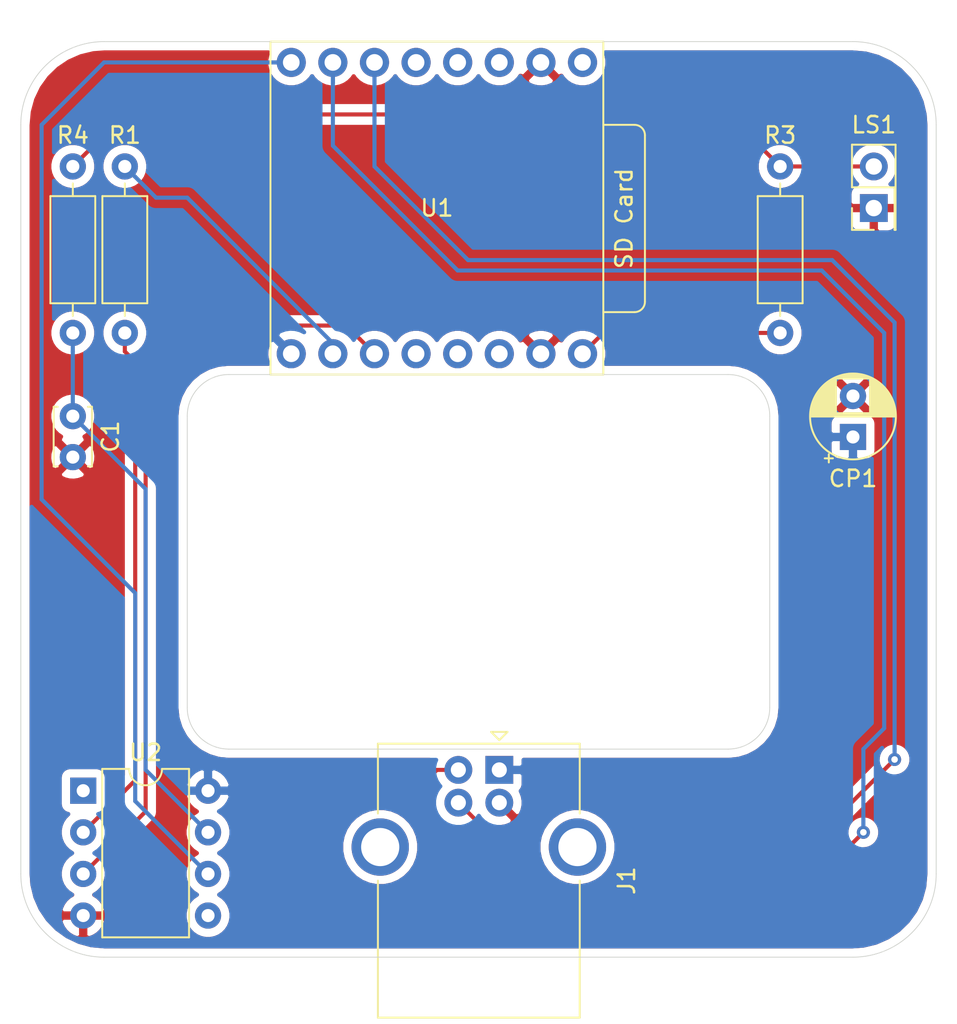
<source format=kicad_pcb>
(kicad_pcb (version 20171130) (host pcbnew 5.1.5-52549c5~84~ubuntu19.04.1)

  (general
    (thickness 1.6)
    (drawings 16)
    (tracks 63)
    (zones 0)
    (modules 9)
    (nets 22)
  )

  (page A4)
  (layers
    (0 F.Cu signal)
    (31 B.Cu signal)
    (32 B.Adhes user)
    (33 F.Adhes user)
    (34 B.Paste user)
    (35 F.Paste user)
    (36 B.SilkS user)
    (37 F.SilkS user)
    (38 B.Mask user)
    (39 F.Mask user)
    (40 Dwgs.User user)
    (41 Cmts.User user)
    (42 Eco1.User user)
    (43 Eco2.User user)
    (44 Edge.Cuts user)
    (45 Margin user)
    (46 B.CrtYd user)
    (47 F.CrtYd user)
    (48 B.Fab user)
    (49 F.Fab user)
  )

  (setup
    (last_trace_width 0.25)
    (user_trace_width 0.5)
    (trace_clearance 0.2)
    (zone_clearance 0.508)
    (zone_45_only no)
    (trace_min 0.2)
    (via_size 0.8)
    (via_drill 0.4)
    (via_min_size 0.4)
    (via_min_drill 0.3)
    (uvia_size 0.3)
    (uvia_drill 0.1)
    (uvias_allowed no)
    (uvia_min_size 0.2)
    (uvia_min_drill 0.1)
    (edge_width 0.05)
    (segment_width 0.2)
    (pcb_text_width 0.3)
    (pcb_text_size 1.5 1.5)
    (mod_edge_width 0.12)
    (mod_text_size 1 1)
    (mod_text_width 0.15)
    (pad_size 1.524 1.524)
    (pad_drill 0.762)
    (pad_to_mask_clearance 0.051)
    (solder_mask_min_width 0.25)
    (aux_axis_origin 0 0)
    (visible_elements FFFFFF7F)
    (pcbplotparams
      (layerselection 0x010f0_ffffffff)
      (usegerberextensions false)
      (usegerberattributes false)
      (usegerberadvancedattributes false)
      (creategerberjobfile false)
      (excludeedgelayer true)
      (linewidth 0.100000)
      (plotframeref false)
      (viasonmask false)
      (mode 1)
      (useauxorigin false)
      (hpglpennumber 1)
      (hpglpenspeed 20)
      (hpglpendiameter 15.000000)
      (psnegative false)
      (psa4output false)
      (plotreference true)
      (plotvalue true)
      (plotinvisibletext false)
      (padsonsilk false)
      (subtractmaskfromsilk false)
      (outputformat 1)
      (mirror false)
      (drillshape 0)
      (scaleselection 1)
      (outputdirectory "gerber 2.1/"))
  )

  (net 0 "")
  (net 1 GND)
  (net 2 VCC)
  (net 3 "Net-(J1-Pad5)")
  (net 4 PHONE)
  (net 5 "Net-(R1-Pad1)")
  (net 6 TX)
  (net 7 RX)
  (net 8 "Net-(R3-Pad1)")
  (net 9 BUSY)
  (net 10 "Net-(U1-Pad13)")
  (net 11 "Net-(U1-Pad12)")
  (net 12 "Net-(U1-Pad11)")
  (net 13 "Net-(U1-Pad9)")
  (net 14 "Net-(U1-Pad6)")
  (net 15 "Net-(U1-Pad5)")
  (net 16 "Net-(U1-Pad4)")
  (net 17 "Net-(C1-Pad1)")
  (net 18 "Net-(U2-Pad1)")
  (net 19 "Net-(U2-Pad5)")
  (net 20 USB-)
  (net 21 USB+)

  (net_class Default "This is the default net class."
    (clearance 0.2)
    (trace_width 0.25)
    (via_dia 0.8)
    (via_drill 0.4)
    (uvia_dia 0.3)
    (uvia_drill 0.1)
    (add_net BUSY)
    (add_net GND)
    (add_net "Net-(C1-Pad1)")
    (add_net "Net-(J1-Pad5)")
    (add_net "Net-(R1-Pad1)")
    (add_net "Net-(R3-Pad1)")
    (add_net "Net-(U1-Pad11)")
    (add_net "Net-(U1-Pad12)")
    (add_net "Net-(U1-Pad13)")
    (add_net "Net-(U1-Pad4)")
    (add_net "Net-(U1-Pad5)")
    (add_net "Net-(U1-Pad6)")
    (add_net "Net-(U1-Pad9)")
    (add_net "Net-(U2-Pad1)")
    (add_net "Net-(U2-Pad5)")
    (add_net PHONE)
    (add_net RX)
    (add_net TX)
    (add_net USB+)
    (add_net USB-)
    (add_net VCC)
  )

  (net_class Test ""
    (clearance 0.5)
    (trace_width 0.5)
    (via_dia 0.8)
    (via_drill 0.4)
    (uvia_dia 0.3)
    (uvia_drill 0.1)
  )

  (module Package_DIP:DIP-8_W7.62mm (layer F.Cu) (tedit 5A02E8C5) (tstamp 5DD3EC94)
    (at 99.06 160.02)
    (descr "8-lead though-hole mounted DIP package, row spacing 7.62 mm (300 mils)")
    (tags "THT DIP DIL PDIP 2.54mm 7.62mm 300mil")
    (path /5DCB4EBE)
    (fp_text reference U2 (at 3.81 -2.33) (layer F.SilkS)
      (effects (font (size 1 1) (thickness 0.15)))
    )
    (fp_text value ATtiny85-20PU (at 3.81 9.95) (layer F.Fab)
      (effects (font (size 1 1) (thickness 0.15)))
    )
    (fp_arc (start 3.81 -1.33) (end 2.81 -1.33) (angle -180) (layer F.SilkS) (width 0.12))
    (fp_line (start 1.635 -1.27) (end 6.985 -1.27) (layer F.Fab) (width 0.1))
    (fp_line (start 6.985 -1.27) (end 6.985 8.89) (layer F.Fab) (width 0.1))
    (fp_line (start 6.985 8.89) (end 0.635 8.89) (layer F.Fab) (width 0.1))
    (fp_line (start 0.635 8.89) (end 0.635 -0.27) (layer F.Fab) (width 0.1))
    (fp_line (start 0.635 -0.27) (end 1.635 -1.27) (layer F.Fab) (width 0.1))
    (fp_line (start 2.81 -1.33) (end 1.16 -1.33) (layer F.SilkS) (width 0.12))
    (fp_line (start 1.16 -1.33) (end 1.16 8.95) (layer F.SilkS) (width 0.12))
    (fp_line (start 1.16 8.95) (end 6.46 8.95) (layer F.SilkS) (width 0.12))
    (fp_line (start 6.46 8.95) (end 6.46 -1.33) (layer F.SilkS) (width 0.12))
    (fp_line (start 6.46 -1.33) (end 4.81 -1.33) (layer F.SilkS) (width 0.12))
    (fp_line (start -1.1 -1.55) (end -1.1 9.15) (layer F.CrtYd) (width 0.05))
    (fp_line (start -1.1 9.15) (end 8.7 9.15) (layer F.CrtYd) (width 0.05))
    (fp_line (start 8.7 9.15) (end 8.7 -1.55) (layer F.CrtYd) (width 0.05))
    (fp_line (start 8.7 -1.55) (end -1.1 -1.55) (layer F.CrtYd) (width 0.05))
    (fp_text user %R (at 3.81 3.81) (layer F.Fab)
      (effects (font (size 1 1) (thickness 0.15)))
    )
    (pad 1 thru_hole rect (at 0 0) (size 1.6 1.6) (drill 0.8) (layers *.Cu *.Mask)
      (net 18 "Net-(U2-Pad1)"))
    (pad 5 thru_hole oval (at 7.62 7.62) (size 1.6 1.6) (drill 0.8) (layers *.Cu *.Mask)
      (net 19 "Net-(U2-Pad5)"))
    (pad 2 thru_hole oval (at 0 2.54) (size 1.6 1.6) (drill 0.8) (layers *.Cu *.Mask)
      (net 6 TX))
    (pad 6 thru_hole oval (at 7.62 5.08) (size 1.6 1.6) (drill 0.8) (layers *.Cu *.Mask)
      (net 9 BUSY))
    (pad 3 thru_hole oval (at 0 5.08) (size 1.6 1.6) (drill 0.8) (layers *.Cu *.Mask)
      (net 7 RX))
    (pad 7 thru_hole oval (at 7.62 2.54) (size 1.6 1.6) (drill 0.8) (layers *.Cu *.Mask)
      (net 17 "Net-(C1-Pad1)"))
    (pad 4 thru_hole oval (at 0 7.62) (size 1.6 1.6) (drill 0.8) (layers *.Cu *.Mask)
      (net 1 GND))
    (pad 8 thru_hole oval (at 7.62 0) (size 1.6 1.6) (drill 0.8) (layers *.Cu *.Mask)
      (net 2 VCC))
    (model ${KISYS3DMOD}/Package_DIP.3dshapes/DIP-8_W7.62mm.wrl
      (at (xyz 0 0 0))
      (scale (xyz 1 1 1))
      (rotate (xyz 0 0 0))
    )
  )

  (module Resistor_THT:R_Axial_DIN0207_L6.3mm_D2.5mm_P10.16mm_Horizontal (layer F.Cu) (tedit 5AE5139B) (tstamp 5DD3FBDB)
    (at 101.6 121.92 270)
    (descr "Resistor, Axial_DIN0207 series, Axial, Horizontal, pin pitch=10.16mm, 0.25W = 1/4W, length*diameter=6.3*2.5mm^2, http://cdn-reichelt.de/documents/datenblatt/B400/1_4W%23YAG.pdf")
    (tags "Resistor Axial_DIN0207 series Axial Horizontal pin pitch 10.16mm 0.25W = 1/4W length 6.3mm diameter 2.5mm")
    (path /5DD219B6)
    (fp_text reference R1 (at -1.905 0 180) (layer F.SilkS)
      (effects (font (size 1 1) (thickness 0.15)))
    )
    (fp_text value 2K7 (at 5.08 2.37 90) (layer F.Fab)
      (effects (font (size 1 1) (thickness 0.15)))
    )
    (fp_text user %R (at 5.08 0 90) (layer F.Fab)
      (effects (font (size 1 1) (thickness 0.15)))
    )
    (fp_line (start 11.21 -1.5) (end -1.05 -1.5) (layer F.CrtYd) (width 0.05))
    (fp_line (start 11.21 1.5) (end 11.21 -1.5) (layer F.CrtYd) (width 0.05))
    (fp_line (start -1.05 1.5) (end 11.21 1.5) (layer F.CrtYd) (width 0.05))
    (fp_line (start -1.05 -1.5) (end -1.05 1.5) (layer F.CrtYd) (width 0.05))
    (fp_line (start 9.12 0) (end 8.35 0) (layer F.SilkS) (width 0.12))
    (fp_line (start 1.04 0) (end 1.81 0) (layer F.SilkS) (width 0.12))
    (fp_line (start 8.35 -1.37) (end 1.81 -1.37) (layer F.SilkS) (width 0.12))
    (fp_line (start 8.35 1.37) (end 8.35 -1.37) (layer F.SilkS) (width 0.12))
    (fp_line (start 1.81 1.37) (end 8.35 1.37) (layer F.SilkS) (width 0.12))
    (fp_line (start 1.81 -1.37) (end 1.81 1.37) (layer F.SilkS) (width 0.12))
    (fp_line (start 10.16 0) (end 8.23 0) (layer F.Fab) (width 0.1))
    (fp_line (start 0 0) (end 1.93 0) (layer F.Fab) (width 0.1))
    (fp_line (start 8.23 -1.25) (end 1.93 -1.25) (layer F.Fab) (width 0.1))
    (fp_line (start 8.23 1.25) (end 8.23 -1.25) (layer F.Fab) (width 0.1))
    (fp_line (start 1.93 1.25) (end 8.23 1.25) (layer F.Fab) (width 0.1))
    (fp_line (start 1.93 -1.25) (end 1.93 1.25) (layer F.Fab) (width 0.1))
    (pad 2 thru_hole oval (at 10.16 0 270) (size 1.6 1.6) (drill 0.8) (layers *.Cu *.Mask)
      (net 6 TX))
    (pad 1 thru_hole circle (at 0 0 270) (size 1.6 1.6) (drill 0.8) (layers *.Cu *.Mask)
      (net 5 "Net-(R1-Pad1)"))
    (model ${KISYS3DMOD}/Resistor_THT.3dshapes/R_Axial_DIN0207_L6.3mm_D2.5mm_P10.16mm_Horizontal.wrl
      (at (xyz 0 0 0))
      (scale (xyz 1 1 1))
      (rotate (xyz 0 0 0))
    )
  )

  (module Capacitor_THT:CP_Radial_D5.0mm_P2.50mm (layer F.Cu) (tedit 5AE50EF0) (tstamp 5DD3EBB3)
    (at 146.05 138.43 90)
    (descr "CP, Radial series, Radial, pin pitch=2.50mm, , diameter=5mm, Electrolytic Capacitor")
    (tags "CP Radial series Radial pin pitch 2.50mm  diameter 5mm Electrolytic Capacitor")
    (path /5DC6F823)
    (fp_text reference CP1 (at -2.54 0 180) (layer F.SilkS)
      (effects (font (size 1 1) (thickness 0.15)))
    )
    (fp_text value 10uF (at 1.25 3.75 90) (layer F.Fab)
      (effects (font (size 1 1) (thickness 0.15)))
    )
    (fp_circle (center 1.25 0) (end 3.75 0) (layer F.Fab) (width 0.1))
    (fp_circle (center 1.25 0) (end 3.87 0) (layer F.SilkS) (width 0.12))
    (fp_circle (center 1.25 0) (end 4 0) (layer F.CrtYd) (width 0.05))
    (fp_line (start -0.883605 -1.0875) (end -0.383605 -1.0875) (layer F.Fab) (width 0.1))
    (fp_line (start -0.633605 -1.3375) (end -0.633605 -0.8375) (layer F.Fab) (width 0.1))
    (fp_line (start 1.25 -2.58) (end 1.25 2.58) (layer F.SilkS) (width 0.12))
    (fp_line (start 1.29 -2.58) (end 1.29 2.58) (layer F.SilkS) (width 0.12))
    (fp_line (start 1.33 -2.579) (end 1.33 2.579) (layer F.SilkS) (width 0.12))
    (fp_line (start 1.37 -2.578) (end 1.37 2.578) (layer F.SilkS) (width 0.12))
    (fp_line (start 1.41 -2.576) (end 1.41 2.576) (layer F.SilkS) (width 0.12))
    (fp_line (start 1.45 -2.573) (end 1.45 2.573) (layer F.SilkS) (width 0.12))
    (fp_line (start 1.49 -2.569) (end 1.49 -1.04) (layer F.SilkS) (width 0.12))
    (fp_line (start 1.49 1.04) (end 1.49 2.569) (layer F.SilkS) (width 0.12))
    (fp_line (start 1.53 -2.565) (end 1.53 -1.04) (layer F.SilkS) (width 0.12))
    (fp_line (start 1.53 1.04) (end 1.53 2.565) (layer F.SilkS) (width 0.12))
    (fp_line (start 1.57 -2.561) (end 1.57 -1.04) (layer F.SilkS) (width 0.12))
    (fp_line (start 1.57 1.04) (end 1.57 2.561) (layer F.SilkS) (width 0.12))
    (fp_line (start 1.61 -2.556) (end 1.61 -1.04) (layer F.SilkS) (width 0.12))
    (fp_line (start 1.61 1.04) (end 1.61 2.556) (layer F.SilkS) (width 0.12))
    (fp_line (start 1.65 -2.55) (end 1.65 -1.04) (layer F.SilkS) (width 0.12))
    (fp_line (start 1.65 1.04) (end 1.65 2.55) (layer F.SilkS) (width 0.12))
    (fp_line (start 1.69 -2.543) (end 1.69 -1.04) (layer F.SilkS) (width 0.12))
    (fp_line (start 1.69 1.04) (end 1.69 2.543) (layer F.SilkS) (width 0.12))
    (fp_line (start 1.73 -2.536) (end 1.73 -1.04) (layer F.SilkS) (width 0.12))
    (fp_line (start 1.73 1.04) (end 1.73 2.536) (layer F.SilkS) (width 0.12))
    (fp_line (start 1.77 -2.528) (end 1.77 -1.04) (layer F.SilkS) (width 0.12))
    (fp_line (start 1.77 1.04) (end 1.77 2.528) (layer F.SilkS) (width 0.12))
    (fp_line (start 1.81 -2.52) (end 1.81 -1.04) (layer F.SilkS) (width 0.12))
    (fp_line (start 1.81 1.04) (end 1.81 2.52) (layer F.SilkS) (width 0.12))
    (fp_line (start 1.85 -2.511) (end 1.85 -1.04) (layer F.SilkS) (width 0.12))
    (fp_line (start 1.85 1.04) (end 1.85 2.511) (layer F.SilkS) (width 0.12))
    (fp_line (start 1.89 -2.501) (end 1.89 -1.04) (layer F.SilkS) (width 0.12))
    (fp_line (start 1.89 1.04) (end 1.89 2.501) (layer F.SilkS) (width 0.12))
    (fp_line (start 1.93 -2.491) (end 1.93 -1.04) (layer F.SilkS) (width 0.12))
    (fp_line (start 1.93 1.04) (end 1.93 2.491) (layer F.SilkS) (width 0.12))
    (fp_line (start 1.971 -2.48) (end 1.971 -1.04) (layer F.SilkS) (width 0.12))
    (fp_line (start 1.971 1.04) (end 1.971 2.48) (layer F.SilkS) (width 0.12))
    (fp_line (start 2.011 -2.468) (end 2.011 -1.04) (layer F.SilkS) (width 0.12))
    (fp_line (start 2.011 1.04) (end 2.011 2.468) (layer F.SilkS) (width 0.12))
    (fp_line (start 2.051 -2.455) (end 2.051 -1.04) (layer F.SilkS) (width 0.12))
    (fp_line (start 2.051 1.04) (end 2.051 2.455) (layer F.SilkS) (width 0.12))
    (fp_line (start 2.091 -2.442) (end 2.091 -1.04) (layer F.SilkS) (width 0.12))
    (fp_line (start 2.091 1.04) (end 2.091 2.442) (layer F.SilkS) (width 0.12))
    (fp_line (start 2.131 -2.428) (end 2.131 -1.04) (layer F.SilkS) (width 0.12))
    (fp_line (start 2.131 1.04) (end 2.131 2.428) (layer F.SilkS) (width 0.12))
    (fp_line (start 2.171 -2.414) (end 2.171 -1.04) (layer F.SilkS) (width 0.12))
    (fp_line (start 2.171 1.04) (end 2.171 2.414) (layer F.SilkS) (width 0.12))
    (fp_line (start 2.211 -2.398) (end 2.211 -1.04) (layer F.SilkS) (width 0.12))
    (fp_line (start 2.211 1.04) (end 2.211 2.398) (layer F.SilkS) (width 0.12))
    (fp_line (start 2.251 -2.382) (end 2.251 -1.04) (layer F.SilkS) (width 0.12))
    (fp_line (start 2.251 1.04) (end 2.251 2.382) (layer F.SilkS) (width 0.12))
    (fp_line (start 2.291 -2.365) (end 2.291 -1.04) (layer F.SilkS) (width 0.12))
    (fp_line (start 2.291 1.04) (end 2.291 2.365) (layer F.SilkS) (width 0.12))
    (fp_line (start 2.331 -2.348) (end 2.331 -1.04) (layer F.SilkS) (width 0.12))
    (fp_line (start 2.331 1.04) (end 2.331 2.348) (layer F.SilkS) (width 0.12))
    (fp_line (start 2.371 -2.329) (end 2.371 -1.04) (layer F.SilkS) (width 0.12))
    (fp_line (start 2.371 1.04) (end 2.371 2.329) (layer F.SilkS) (width 0.12))
    (fp_line (start 2.411 -2.31) (end 2.411 -1.04) (layer F.SilkS) (width 0.12))
    (fp_line (start 2.411 1.04) (end 2.411 2.31) (layer F.SilkS) (width 0.12))
    (fp_line (start 2.451 -2.29) (end 2.451 -1.04) (layer F.SilkS) (width 0.12))
    (fp_line (start 2.451 1.04) (end 2.451 2.29) (layer F.SilkS) (width 0.12))
    (fp_line (start 2.491 -2.268) (end 2.491 -1.04) (layer F.SilkS) (width 0.12))
    (fp_line (start 2.491 1.04) (end 2.491 2.268) (layer F.SilkS) (width 0.12))
    (fp_line (start 2.531 -2.247) (end 2.531 -1.04) (layer F.SilkS) (width 0.12))
    (fp_line (start 2.531 1.04) (end 2.531 2.247) (layer F.SilkS) (width 0.12))
    (fp_line (start 2.571 -2.224) (end 2.571 -1.04) (layer F.SilkS) (width 0.12))
    (fp_line (start 2.571 1.04) (end 2.571 2.224) (layer F.SilkS) (width 0.12))
    (fp_line (start 2.611 -2.2) (end 2.611 -1.04) (layer F.SilkS) (width 0.12))
    (fp_line (start 2.611 1.04) (end 2.611 2.2) (layer F.SilkS) (width 0.12))
    (fp_line (start 2.651 -2.175) (end 2.651 -1.04) (layer F.SilkS) (width 0.12))
    (fp_line (start 2.651 1.04) (end 2.651 2.175) (layer F.SilkS) (width 0.12))
    (fp_line (start 2.691 -2.149) (end 2.691 -1.04) (layer F.SilkS) (width 0.12))
    (fp_line (start 2.691 1.04) (end 2.691 2.149) (layer F.SilkS) (width 0.12))
    (fp_line (start 2.731 -2.122) (end 2.731 -1.04) (layer F.SilkS) (width 0.12))
    (fp_line (start 2.731 1.04) (end 2.731 2.122) (layer F.SilkS) (width 0.12))
    (fp_line (start 2.771 -2.095) (end 2.771 -1.04) (layer F.SilkS) (width 0.12))
    (fp_line (start 2.771 1.04) (end 2.771 2.095) (layer F.SilkS) (width 0.12))
    (fp_line (start 2.811 -2.065) (end 2.811 -1.04) (layer F.SilkS) (width 0.12))
    (fp_line (start 2.811 1.04) (end 2.811 2.065) (layer F.SilkS) (width 0.12))
    (fp_line (start 2.851 -2.035) (end 2.851 -1.04) (layer F.SilkS) (width 0.12))
    (fp_line (start 2.851 1.04) (end 2.851 2.035) (layer F.SilkS) (width 0.12))
    (fp_line (start 2.891 -2.004) (end 2.891 -1.04) (layer F.SilkS) (width 0.12))
    (fp_line (start 2.891 1.04) (end 2.891 2.004) (layer F.SilkS) (width 0.12))
    (fp_line (start 2.931 -1.971) (end 2.931 -1.04) (layer F.SilkS) (width 0.12))
    (fp_line (start 2.931 1.04) (end 2.931 1.971) (layer F.SilkS) (width 0.12))
    (fp_line (start 2.971 -1.937) (end 2.971 -1.04) (layer F.SilkS) (width 0.12))
    (fp_line (start 2.971 1.04) (end 2.971 1.937) (layer F.SilkS) (width 0.12))
    (fp_line (start 3.011 -1.901) (end 3.011 -1.04) (layer F.SilkS) (width 0.12))
    (fp_line (start 3.011 1.04) (end 3.011 1.901) (layer F.SilkS) (width 0.12))
    (fp_line (start 3.051 -1.864) (end 3.051 -1.04) (layer F.SilkS) (width 0.12))
    (fp_line (start 3.051 1.04) (end 3.051 1.864) (layer F.SilkS) (width 0.12))
    (fp_line (start 3.091 -1.826) (end 3.091 -1.04) (layer F.SilkS) (width 0.12))
    (fp_line (start 3.091 1.04) (end 3.091 1.826) (layer F.SilkS) (width 0.12))
    (fp_line (start 3.131 -1.785) (end 3.131 -1.04) (layer F.SilkS) (width 0.12))
    (fp_line (start 3.131 1.04) (end 3.131 1.785) (layer F.SilkS) (width 0.12))
    (fp_line (start 3.171 -1.743) (end 3.171 -1.04) (layer F.SilkS) (width 0.12))
    (fp_line (start 3.171 1.04) (end 3.171 1.743) (layer F.SilkS) (width 0.12))
    (fp_line (start 3.211 -1.699) (end 3.211 -1.04) (layer F.SilkS) (width 0.12))
    (fp_line (start 3.211 1.04) (end 3.211 1.699) (layer F.SilkS) (width 0.12))
    (fp_line (start 3.251 -1.653) (end 3.251 -1.04) (layer F.SilkS) (width 0.12))
    (fp_line (start 3.251 1.04) (end 3.251 1.653) (layer F.SilkS) (width 0.12))
    (fp_line (start 3.291 -1.605) (end 3.291 -1.04) (layer F.SilkS) (width 0.12))
    (fp_line (start 3.291 1.04) (end 3.291 1.605) (layer F.SilkS) (width 0.12))
    (fp_line (start 3.331 -1.554) (end 3.331 -1.04) (layer F.SilkS) (width 0.12))
    (fp_line (start 3.331 1.04) (end 3.331 1.554) (layer F.SilkS) (width 0.12))
    (fp_line (start 3.371 -1.5) (end 3.371 -1.04) (layer F.SilkS) (width 0.12))
    (fp_line (start 3.371 1.04) (end 3.371 1.5) (layer F.SilkS) (width 0.12))
    (fp_line (start 3.411 -1.443) (end 3.411 -1.04) (layer F.SilkS) (width 0.12))
    (fp_line (start 3.411 1.04) (end 3.411 1.443) (layer F.SilkS) (width 0.12))
    (fp_line (start 3.451 -1.383) (end 3.451 -1.04) (layer F.SilkS) (width 0.12))
    (fp_line (start 3.451 1.04) (end 3.451 1.383) (layer F.SilkS) (width 0.12))
    (fp_line (start 3.491 -1.319) (end 3.491 -1.04) (layer F.SilkS) (width 0.12))
    (fp_line (start 3.491 1.04) (end 3.491 1.319) (layer F.SilkS) (width 0.12))
    (fp_line (start 3.531 -1.251) (end 3.531 -1.04) (layer F.SilkS) (width 0.12))
    (fp_line (start 3.531 1.04) (end 3.531 1.251) (layer F.SilkS) (width 0.12))
    (fp_line (start 3.571 -1.178) (end 3.571 1.178) (layer F.SilkS) (width 0.12))
    (fp_line (start 3.611 -1.098) (end 3.611 1.098) (layer F.SilkS) (width 0.12))
    (fp_line (start 3.651 -1.011) (end 3.651 1.011) (layer F.SilkS) (width 0.12))
    (fp_line (start 3.691 -0.915) (end 3.691 0.915) (layer F.SilkS) (width 0.12))
    (fp_line (start 3.731 -0.805) (end 3.731 0.805) (layer F.SilkS) (width 0.12))
    (fp_line (start 3.771 -0.677) (end 3.771 0.677) (layer F.SilkS) (width 0.12))
    (fp_line (start 3.811 -0.518) (end 3.811 0.518) (layer F.SilkS) (width 0.12))
    (fp_line (start 3.851 -0.284) (end 3.851 0.284) (layer F.SilkS) (width 0.12))
    (fp_line (start -1.554775 -1.475) (end -1.054775 -1.475) (layer F.SilkS) (width 0.12))
    (fp_line (start -1.304775 -1.725) (end -1.304775 -1.225) (layer F.SilkS) (width 0.12))
    (fp_text user %R (at 1.25 0 90) (layer F.Fab)
      (effects (font (size 1 1) (thickness 0.15)))
    )
    (pad 1 thru_hole rect (at 0 0 90) (size 1.6 1.6) (drill 0.8) (layers *.Cu *.Mask)
      (net 2 VCC))
    (pad 2 thru_hole circle (at 2.5 0 90) (size 1.6 1.6) (drill 0.8) (layers *.Cu *.Mask)
      (net 1 GND))
    (model ${KISYS3DMOD}/Capacitor_THT.3dshapes/CP_Radial_D5.0mm_P2.50mm.wrl
      (at (xyz 0 0 0))
      (scale (xyz 1 1 1))
      (rotate (xyz 0 0 0))
    )
  )

  (module Connector_USB:USB_B_OST_USB-B1HSxx_Horizontal (layer F.Cu) (tedit 5AFE01FF) (tstamp 5DD3F347)
    (at 124.46 158.75 270)
    (descr "USB B receptacle, Horizontal, through-hole, http://www.on-shore.com/wp-content/uploads/2015/09/usb-b1hsxx.pdf")
    (tags "USB-B receptacle horizontal through-hole")
    (path /5DD432DF)
    (fp_text reference J1 (at 6.76 -7.77 90) (layer F.SilkS)
      (effects (font (size 1 1) (thickness 0.15)))
    )
    (fp_text value USB_B (at 6.76 10.27 90) (layer F.Fab)
      (effects (font (size 1 1) (thickness 0.15)))
    )
    (fp_line (start -0.49 -4.8) (end 15.01 -4.8) (layer F.Fab) (width 0.1))
    (fp_line (start 15.01 -4.8) (end 15.01 7.3) (layer F.Fab) (width 0.1))
    (fp_line (start 15.01 7.3) (end -1.49 7.3) (layer F.Fab) (width 0.1))
    (fp_line (start -1.49 7.3) (end -1.49 -3.8) (layer F.Fab) (width 0.1))
    (fp_line (start -1.49 -3.8) (end -0.49 -4.8) (layer F.Fab) (width 0.1))
    (fp_line (start 2.66 -4.91) (end -1.6 -4.91) (layer F.SilkS) (width 0.12))
    (fp_line (start -1.6 -4.91) (end -1.6 7.41) (layer F.SilkS) (width 0.12))
    (fp_line (start -1.6 7.41) (end 2.66 7.41) (layer F.SilkS) (width 0.12))
    (fp_line (start 6.76 -4.91) (end 15.12 -4.91) (layer F.SilkS) (width 0.12))
    (fp_line (start 15.12 -4.91) (end 15.12 7.41) (layer F.SilkS) (width 0.12))
    (fp_line (start 15.12 7.41) (end 6.76 7.41) (layer F.SilkS) (width 0.12))
    (fp_line (start -1.82 0) (end -2.32 -0.5) (layer F.SilkS) (width 0.12))
    (fp_line (start -2.32 -0.5) (end -2.32 0.5) (layer F.SilkS) (width 0.12))
    (fp_line (start -2.32 0.5) (end -1.82 0) (layer F.SilkS) (width 0.12))
    (fp_line (start -1.99 -7.02) (end -1.99 9.52) (layer F.CrtYd) (width 0.05))
    (fp_line (start -1.99 9.52) (end 15.51 9.52) (layer F.CrtYd) (width 0.05))
    (fp_line (start 15.51 9.52) (end 15.51 -7.02) (layer F.CrtYd) (width 0.05))
    (fp_line (start 15.51 -7.02) (end -1.99 -7.02) (layer F.CrtYd) (width 0.05))
    (fp_text user %R (at 6.76 1.25 90) (layer F.Fab)
      (effects (font (size 1 1) (thickness 0.15)))
    )
    (pad 1 thru_hole rect (at 0 0 270) (size 1.7 1.7) (drill 0.92) (layers *.Cu *.Mask)
      (net 2 VCC))
    (pad 2 thru_hole circle (at 0 2.5 270) (size 1.7 1.7) (drill 0.92) (layers *.Cu *.Mask)
      (net 20 USB-))
    (pad 3 thru_hole circle (at 2 2.5 270) (size 1.7 1.7) (drill 0.92) (layers *.Cu *.Mask)
      (net 21 USB+))
    (pad 4 thru_hole circle (at 2 0 270) (size 1.7 1.7) (drill 0.92) (layers *.Cu *.Mask)
      (net 1 GND))
    (pad 5 thru_hole circle (at 4.71 -4.77 270) (size 3.5 3.5) (drill 2.33) (layers *.Cu *.Mask)
      (net 3 "Net-(J1-Pad5)"))
    (pad 5 thru_hole circle (at 4.71 7.27 270) (size 3.5 3.5) (drill 2.33) (layers *.Cu *.Mask)
      (net 3 "Net-(J1-Pad5)"))
    (model ${KISYS3DMOD}/Connector_USB.3dshapes/USB_B_OST_USB-B1HSxx_Horizontal.wrl
      (at (xyz 0 0 0))
      (scale (xyz 1 1 1))
      (rotate (xyz 0 0 0))
    )
  )

  (module Resistor_THT:R_Axial_DIN0207_L6.3mm_D2.5mm_P10.16mm_Horizontal (layer F.Cu) (tedit 5AE5139B) (tstamp 5DD3EC2C)
    (at 141.605 132.08 90)
    (descr "Resistor, Axial_DIN0207 series, Axial, Horizontal, pin pitch=10.16mm, 0.25W = 1/4W, length*diameter=6.3*2.5mm^2, http://cdn-reichelt.de/documents/datenblatt/B400/1_4W%23YAG.pdf")
    (tags "Resistor Axial_DIN0207 series Axial Horizontal pin pitch 10.16mm 0.25W = 1/4W length 6.3mm diameter 2.5mm")
    (path /5DC8D614)
    (fp_text reference R3 (at 12.065 0 180) (layer F.SilkS)
      (effects (font (size 1 1) (thickness 0.15)))
    )
    (fp_text value 220R (at 5.08 -2.54 90) (layer F.Fab)
      (effects (font (size 1 1) (thickness 0.15)))
    )
    (fp_line (start 1.93 -1.25) (end 1.93 1.25) (layer F.Fab) (width 0.1))
    (fp_line (start 1.93 1.25) (end 8.23 1.25) (layer F.Fab) (width 0.1))
    (fp_line (start 8.23 1.25) (end 8.23 -1.25) (layer F.Fab) (width 0.1))
    (fp_line (start 8.23 -1.25) (end 1.93 -1.25) (layer F.Fab) (width 0.1))
    (fp_line (start 0 0) (end 1.93 0) (layer F.Fab) (width 0.1))
    (fp_line (start 10.16 0) (end 8.23 0) (layer F.Fab) (width 0.1))
    (fp_line (start 1.81 -1.37) (end 1.81 1.37) (layer F.SilkS) (width 0.12))
    (fp_line (start 1.81 1.37) (end 8.35 1.37) (layer F.SilkS) (width 0.12))
    (fp_line (start 8.35 1.37) (end 8.35 -1.37) (layer F.SilkS) (width 0.12))
    (fp_line (start 8.35 -1.37) (end 1.81 -1.37) (layer F.SilkS) (width 0.12))
    (fp_line (start 1.04 0) (end 1.81 0) (layer F.SilkS) (width 0.12))
    (fp_line (start 9.12 0) (end 8.35 0) (layer F.SilkS) (width 0.12))
    (fp_line (start -1.05 -1.5) (end -1.05 1.5) (layer F.CrtYd) (width 0.05))
    (fp_line (start -1.05 1.5) (end 11.21 1.5) (layer F.CrtYd) (width 0.05))
    (fp_line (start 11.21 1.5) (end 11.21 -1.5) (layer F.CrtYd) (width 0.05))
    (fp_line (start 11.21 -1.5) (end -1.05 -1.5) (layer F.CrtYd) (width 0.05))
    (fp_text user %R (at 5.08 0 90) (layer F.Fab)
      (effects (font (size 1 1) (thickness 0.15)))
    )
    (pad 1 thru_hole circle (at 0 0 90) (size 1.6 1.6) (drill 0.8) (layers *.Cu *.Mask)
      (net 8 "Net-(R3-Pad1)"))
    (pad 2 thru_hole oval (at 10.16 0 90) (size 1.6 1.6) (drill 0.8) (layers *.Cu *.Mask)
      (net 4 PHONE))
    (model ${KISYS3DMOD}/Resistor_THT.3dshapes/R_Axial_DIN0207_L6.3mm_D2.5mm_P10.16mm_Horizontal.wrl
      (at (xyz 0 0 0))
      (scale (xyz 1 1 1))
      (rotate (xyz 0 0 0))
    )
  )

  (module Resistor_THT:R_Axial_DIN0207_L6.3mm_D2.5mm_P10.16mm_Horizontal (layer F.Cu) (tedit 5AE5139B) (tstamp 5DD3FC1D)
    (at 98.425 121.92 270)
    (descr "Resistor, Axial_DIN0207 series, Axial, Horizontal, pin pitch=10.16mm, 0.25W = 1/4W, length*diameter=6.3*2.5mm^2, http://cdn-reichelt.de/documents/datenblatt/B400/1_4W%23YAG.pdf")
    (tags "Resistor Axial_DIN0207 series Axial Horizontal pin pitch 10.16mm 0.25W = 1/4W length 6.3mm diameter 2.5mm")
    (path /5DD6FA46)
    (fp_text reference R4 (at -1.905 0 180) (layer F.SilkS)
      (effects (font (size 1 1) (thickness 0.15)))
    )
    (fp_text value 330K (at 5.08 2.37 90) (layer F.Fab)
      (effects (font (size 1 1) (thickness 0.15)))
    )
    (fp_text user %R (at 5.08 0 90) (layer F.Fab)
      (effects (font (size 1 1) (thickness 0.15)))
    )
    (fp_line (start 11.21 -1.5) (end -1.05 -1.5) (layer F.CrtYd) (width 0.05))
    (fp_line (start 11.21 1.5) (end 11.21 -1.5) (layer F.CrtYd) (width 0.05))
    (fp_line (start -1.05 1.5) (end 11.21 1.5) (layer F.CrtYd) (width 0.05))
    (fp_line (start -1.05 -1.5) (end -1.05 1.5) (layer F.CrtYd) (width 0.05))
    (fp_line (start 9.12 0) (end 8.35 0) (layer F.SilkS) (width 0.12))
    (fp_line (start 1.04 0) (end 1.81 0) (layer F.SilkS) (width 0.12))
    (fp_line (start 8.35 -1.37) (end 1.81 -1.37) (layer F.SilkS) (width 0.12))
    (fp_line (start 8.35 1.37) (end 8.35 -1.37) (layer F.SilkS) (width 0.12))
    (fp_line (start 1.81 1.37) (end 8.35 1.37) (layer F.SilkS) (width 0.12))
    (fp_line (start 1.81 -1.37) (end 1.81 1.37) (layer F.SilkS) (width 0.12))
    (fp_line (start 10.16 0) (end 8.23 0) (layer F.Fab) (width 0.1))
    (fp_line (start 0 0) (end 1.93 0) (layer F.Fab) (width 0.1))
    (fp_line (start 8.23 -1.25) (end 1.93 -1.25) (layer F.Fab) (width 0.1))
    (fp_line (start 8.23 1.25) (end 8.23 -1.25) (layer F.Fab) (width 0.1))
    (fp_line (start 1.93 1.25) (end 8.23 1.25) (layer F.Fab) (width 0.1))
    (fp_line (start 1.93 -1.25) (end 1.93 1.25) (layer F.Fab) (width 0.1))
    (pad 2 thru_hole oval (at 10.16 0 270) (size 1.6 1.6) (drill 0.8) (layers *.Cu *.Mask)
      (net 17 "Net-(C1-Pad1)"))
    (pad 1 thru_hole circle (at 0 0 270) (size 1.6 1.6) (drill 0.8) (layers *.Cu *.Mask)
      (net 4 PHONE))
    (model ${KISYS3DMOD}/Resistor_THT.3dshapes/R_Axial_DIN0207_L6.3mm_D2.5mm_P10.16mm_Horizontal.wrl
      (at (xyz 0 0 0))
      (scale (xyz 1 1 1))
      (rotate (xyz 0 0 0))
    )
  )

  (module Connector_PinHeader_2.54mm:PinHeader_2x01_P2.54mm_Vertical (layer F.Cu) (tedit 59FED5CC) (tstamp 5DD5B043)
    (at 147.32 124.46 90)
    (descr "Through hole straight pin header, 2x01, 2.54mm pitch, double rows")
    (tags "Through hole pin header THT 2x01 2.54mm double row")
    (path /5DD56433)
    (fp_text reference LS1 (at 5.08 0 180) (layer F.SilkS)
      (effects (font (size 1 1) (thickness 0.15)))
    )
    (fp_text value Phone (at 1.27 2.33 90) (layer F.Fab)
      (effects (font (size 1 1) (thickness 0.15)))
    )
    (fp_line (start 0 -1.27) (end 3.81 -1.27) (layer F.Fab) (width 0.1))
    (fp_line (start 3.81 -1.27) (end 3.81 1.27) (layer F.Fab) (width 0.1))
    (fp_line (start 3.81 1.27) (end -1.27 1.27) (layer F.Fab) (width 0.1))
    (fp_line (start -1.27 1.27) (end -1.27 0) (layer F.Fab) (width 0.1))
    (fp_line (start -1.27 0) (end 0 -1.27) (layer F.Fab) (width 0.1))
    (fp_line (start -1.33 1.33) (end 3.87 1.33) (layer F.SilkS) (width 0.12))
    (fp_line (start -1.33 1.27) (end -1.33 1.33) (layer F.SilkS) (width 0.12))
    (fp_line (start 3.87 -1.33) (end 3.87 1.33) (layer F.SilkS) (width 0.12))
    (fp_line (start -1.33 1.27) (end 1.27 1.27) (layer F.SilkS) (width 0.12))
    (fp_line (start 1.27 1.27) (end 1.27 -1.33) (layer F.SilkS) (width 0.12))
    (fp_line (start 1.27 -1.33) (end 3.87 -1.33) (layer F.SilkS) (width 0.12))
    (fp_line (start -1.33 0) (end -1.33 -1.33) (layer F.SilkS) (width 0.12))
    (fp_line (start -1.33 -1.33) (end 0 -1.33) (layer F.SilkS) (width 0.12))
    (fp_line (start -1.8 -1.8) (end -1.8 1.8) (layer F.CrtYd) (width 0.05))
    (fp_line (start -1.8 1.8) (end 4.35 1.8) (layer F.CrtYd) (width 0.05))
    (fp_line (start 4.35 1.8) (end 4.35 -1.8) (layer F.CrtYd) (width 0.05))
    (fp_line (start 4.35 -1.8) (end -1.8 -1.8) (layer F.CrtYd) (width 0.05))
    (fp_text user %R (at 1.27 0) (layer F.Fab)
      (effects (font (size 1 1) (thickness 0.15)))
    )
    (pad 1 thru_hole rect (at 0 0 90) (size 1.7 1.7) (drill 1) (layers *.Cu *.Mask)
      (net 1 GND))
    (pad 2 thru_hole oval (at 2.54 0 90) (size 1.7 1.7) (drill 1) (layers *.Cu *.Mask)
      (net 4 PHONE))
    (model ${KISYS3DMOD}/Connector_PinHeader_2.54mm.3dshapes/PinHeader_2x01_P2.54mm_Vertical.wrl
      (at (xyz 0 0 0))
      (scale (xyz 1 1 1))
      (rotate (xyz 0 0 0))
    )
  )

  (module Capacitor_THT:C_Disc_D3.4mm_W2.1mm_P2.50mm (layer F.Cu) (tedit 5AE50EF0) (tstamp 5DDDB41F)
    (at 98.425 137.16 270)
    (descr "C, Disc series, Radial, pin pitch=2.50mm, , diameter*width=3.4*2.1mm^2, Capacitor, http://www.vishay.com/docs/45233/krseries.pdf")
    (tags "C Disc series Radial pin pitch 2.50mm  diameter 3.4mm width 2.1mm Capacitor")
    (path /5DC9C51E)
    (fp_text reference C1 (at 1.25 -2.3 90) (layer F.SilkS)
      (effects (font (size 1 1) (thickness 0.15)))
    )
    (fp_text value 47nF (at 1.25 2.3 90) (layer F.Fab)
      (effects (font (size 1 1) (thickness 0.15)))
    )
    (fp_line (start -0.45 -1.05) (end -0.45 1.05) (layer F.Fab) (width 0.1))
    (fp_line (start -0.45 1.05) (end 2.95 1.05) (layer F.Fab) (width 0.1))
    (fp_line (start 2.95 1.05) (end 2.95 -1.05) (layer F.Fab) (width 0.1))
    (fp_line (start 2.95 -1.05) (end -0.45 -1.05) (layer F.Fab) (width 0.1))
    (fp_line (start -0.57 -1.17) (end 3.07 -1.17) (layer F.SilkS) (width 0.12))
    (fp_line (start -0.57 1.17) (end 3.07 1.17) (layer F.SilkS) (width 0.12))
    (fp_line (start -0.57 -1.17) (end -0.57 -0.925) (layer F.SilkS) (width 0.12))
    (fp_line (start -0.57 0.925) (end -0.57 1.17) (layer F.SilkS) (width 0.12))
    (fp_line (start 3.07 -1.17) (end 3.07 -0.925) (layer F.SilkS) (width 0.12))
    (fp_line (start 3.07 0.925) (end 3.07 1.17) (layer F.SilkS) (width 0.12))
    (fp_line (start -1.05 -1.3) (end -1.05 1.3) (layer F.CrtYd) (width 0.05))
    (fp_line (start -1.05 1.3) (end 3.55 1.3) (layer F.CrtYd) (width 0.05))
    (fp_line (start 3.55 1.3) (end 3.55 -1.3) (layer F.CrtYd) (width 0.05))
    (fp_line (start 3.55 -1.3) (end -1.05 -1.3) (layer F.CrtYd) (width 0.05))
    (fp_text user %R (at 1.25 0 90) (layer F.Fab)
      (effects (font (size 0.68 0.68) (thickness 0.102)))
    )
    (pad 1 thru_hole circle (at 0 0 270) (size 1.6 1.6) (drill 0.8) (layers *.Cu *.Mask)
      (net 17 "Net-(C1-Pad1)"))
    (pad 2 thru_hole circle (at 2.5 0 270) (size 1.6 1.6) (drill 0.8) (layers *.Cu *.Mask)
      (net 1 GND))
    (model ${KISYS3DMOD}/Capacitor_THT.3dshapes/C_Disc_D3.4mm_W2.1mm_P2.50mm.wrl
      (at (xyz 0 0 0))
      (scale (xyz 1 1 1))
      (rotate (xyz 0 0 0))
    )
  )

  (module printplaat:DFPlayer_Mini (layer F.Cu) (tedit 5DDD5A33) (tstamp 5DDDB433)
    (at 120.65 124.46 90)
    (path /5DD6E270)
    (fp_text reference U1 (at 0 0 180) (layer F.SilkS)
      (effects (font (size 1 1) (thickness 0.15)))
    )
    (fp_text value DFPlayerMini (at 0 0 90) (layer F.Fab)
      (effects (font (size 1 1) (thickness 0.15)))
    )
    (fp_line (start 5.08 12.065) (end 5.08 10.16) (layer F.SilkS) (width 0.12))
    (fp_line (start -5.715 12.7) (end 4.445 12.7) (layer F.SilkS) (width 0.12))
    (fp_line (start -6.35 12.065) (end -6.35 10.16) (layer F.SilkS) (width 0.12))
    (fp_arc (start 4.445 12.065) (end 4.445 12.7) (angle -90) (layer F.SilkS) (width 0.12))
    (fp_arc (start -5.715 12.065) (end -6.35 12.065) (angle -90) (layer F.SilkS) (width 0.12))
    (fp_line (start -10.16 -10.16) (end 10.16 -10.16) (layer F.SilkS) (width 0.12))
    (fp_line (start 10.16 -10.16) (end 10.16 10.16) (layer F.SilkS) (width 0.12))
    (fp_line (start 10.16 10.16) (end -10.16 10.16) (layer F.SilkS) (width 0.12))
    (fp_line (start -10.16 10.16) (end -10.16 -10.16) (layer F.SilkS) (width 0.12))
    (fp_text user "SD Card" (at -0.635 11.43 90) (layer F.SilkS)
      (effects (font (size 1 1) (thickness 0.15)))
    )
    (pad 1 thru_hole circle (at -8.89 -8.89 90) (size 1.778 1.778) (drill 1.016) (layers *.Cu *.Mask)
      (net 2 VCC))
    (pad 2 thru_hole circle (at -8.89 -6.35 90) (size 1.778 1.778) (drill 1.016) (layers *.Cu *.Mask)
      (net 5 "Net-(R1-Pad1)"))
    (pad 3 thru_hole circle (at -8.89 -3.81 90) (size 1.778 1.778) (drill 1.016) (layers *.Cu *.Mask)
      (net 7 RX))
    (pad 4 thru_hole circle (at -8.89 -1.27 90) (size 1.778 1.778) (drill 1.016) (layers *.Cu *.Mask)
      (net 16 "Net-(U1-Pad4)"))
    (pad 5 thru_hole circle (at -8.89 1.27 90) (size 1.778 1.778) (drill 1.016) (layers *.Cu *.Mask)
      (net 15 "Net-(U1-Pad5)"))
    (pad 6 thru_hole circle (at -8.89 3.81 90) (size 1.778 1.778) (drill 1.016) (layers *.Cu *.Mask)
      (net 14 "Net-(U1-Pad6)"))
    (pad 7 thru_hole circle (at -8.89 6.35 90) (size 1.778 1.778) (drill 1.016) (layers *.Cu *.Mask)
      (net 1 GND))
    (pad 8 thru_hole circle (at -8.89 8.89 90) (size 1.778 1.778) (drill 1.016) (layers *.Cu *.Mask)
      (net 8 "Net-(R3-Pad1)"))
    (pad 9 thru_hole circle (at 8.89 8.89 90) (size 1.778 1.778) (drill 1.016) (layers *.Cu *.Mask)
      (net 13 "Net-(U1-Pad9)"))
    (pad 10 thru_hole circle (at 8.89 6.35 90) (size 1.778 1.778) (drill 1.016) (layers *.Cu *.Mask)
      (net 1 GND))
    (pad 11 thru_hole circle (at 8.89 3.81 90) (size 1.778 1.778) (drill 1.016) (layers *.Cu *.Mask)
      (net 12 "Net-(U1-Pad11)"))
    (pad 12 thru_hole circle (at 8.89 1.27 90) (size 1.778 1.778) (drill 1.016) (layers *.Cu *.Mask)
      (net 11 "Net-(U1-Pad12)"))
    (pad 13 thru_hole circle (at 8.89 -1.27 90) (size 1.778 1.778) (drill 1.016) (layers *.Cu *.Mask)
      (net 10 "Net-(U1-Pad13)"))
    (pad 14 thru_hole circle (at 8.89 -3.81 90) (size 1.778 1.778) (drill 1.016) (layers *.Cu *.Mask)
      (net 21 USB+))
    (pad 15 thru_hole circle (at 8.89 -6.35 90) (size 1.778 1.778) (drill 1.016) (layers *.Cu *.Mask)
      (net 20 USB-))
    (pad 16 thru_hole circle (at 8.89 -8.89 90) (size 1.778 1.778) (drill 1.016) (layers *.Cu *.Mask)
      (net 9 BUSY))
  )

  (gr_line (start 107.95 157.48) (end 138.43 157.48) (layer Edge.Cuts) (width 0.05) (tstamp 5DD5A1F5))
  (gr_line (start 138.43 134.62) (end 107.95 134.62) (layer Edge.Cuts) (width 0.05) (tstamp 5DD5A1F0))
  (gr_line (start 105.41 137.16) (end 105.41 154.94) (layer Edge.Cuts) (width 0.05) (tstamp 5DD5A016))
  (gr_line (start 140.97 137.16) (end 140.97 154.94) (layer Edge.Cuts) (width 0.05) (tstamp 5DD5A012))
  (gr_line (start 146.05 170.18) (end 100.33 170.18) (layer Edge.Cuts) (width 0.05) (tstamp 5DD59D50))
  (gr_line (start 95.25 165.1) (end 95.25 119.38) (layer Edge.Cuts) (width 0.05) (tstamp 5DD59D25))
  (gr_line (start 100.33 114.3) (end 146.05 114.3) (layer Edge.Cuts) (width 0.05) (tstamp 5DD59CF1))
  (gr_line (start 151.13 119.38) (end 151.13 165.1) (layer Edge.Cuts) (width 0.05))
  (gr_arc (start 138.43 154.94) (end 138.43 157.48) (angle -90) (layer Edge.Cuts) (width 0.05))
  (gr_arc (start 107.95 154.94) (end 105.41 154.94) (angle -90) (layer Edge.Cuts) (width 0.05))
  (gr_arc (start 107.95 137.16) (end 107.95 134.62) (angle -90) (layer Edge.Cuts) (width 0.05))
  (gr_arc (start 138.43 137.16) (end 140.97 137.16) (angle -90) (layer Edge.Cuts) (width 0.05))
  (gr_arc (start 146.05 119.38) (end 151.13 119.38) (angle -90) (layer Edge.Cuts) (width 0.05))
  (gr_arc (start 100.33 119.38) (end 100.33 114.3) (angle -90) (layer Edge.Cuts) (width 0.05))
  (gr_arc (start 100.33 165.1) (end 95.25 165.1) (angle -90) (layer Edge.Cuts) (width 0.05))
  (gr_arc (start 146.05 165.1) (end 146.05 170.18) (angle -90) (layer Edge.Cuts) (width 0.05))

  (segment (start 141.605 121.92) (end 138.43 118.745) (width 0.25) (layer F.Cu) (net 4))
  (segment (start 101.6 118.745) (end 101.2825 119.0625) (width 0.25) (layer F.Cu) (net 4))
  (segment (start 138.43 118.745) (end 101.6 118.745) (width 0.25) (layer F.Cu) (net 4))
  (segment (start 101.2825 119.0625) (end 98.425 121.92) (width 0.25) (layer F.Cu) (net 4))
  (segment (start 147.32 121.92) (end 141.605 121.92) (width 0.25) (layer F.Cu) (net 4))
  (segment (start 113.665 133.35) (end 114.3 133.35) (width 0.25) (layer F.Cu) (net 5))
  (segment (start 114.3 133.35) (end 114.3 132.715) (width 0.25) (layer F.Cu) (net 5))
  (segment (start 114.3 133.35) (end 114.3 132.715) (width 0.25) (layer B.Cu) (net 5))
  (segment (start 103.505 123.825) (end 102.235 122.555) (width 0.25) (layer B.Cu) (net 5))
  (segment (start 105.41 123.825) (end 103.505 123.825) (width 0.25) (layer B.Cu) (net 5))
  (segment (start 114.3 132.715) (end 105.41 123.825) (width 0.25) (layer B.Cu) (net 5))
  (segment (start 102.235 122.555) (end 101.6 121.92) (width 0.25) (layer B.Cu) (net 5))
  (segment (start 99.06 162.56) (end 101.6 160.02) (width 0.25) (layer F.Cu) (net 6))
  (segment (start 101.6 133.21137) (end 102.235 133.84637) (width 0.25) (layer F.Cu) (net 6))
  (segment (start 101.6 132.08) (end 101.6 133.21137) (width 0.25) (layer F.Cu) (net 6))
  (segment (start 102.235 159.385) (end 101.6 160.02) (width 0.25) (layer F.Cu) (net 6))
  (segment (start 102.235 133.84637) (end 102.235 159.385) (width 0.25) (layer F.Cu) (net 6))
  (segment (start 115.951001 132.461001) (end 116.84 133.35) (width 0.25) (layer F.Cu) (net 7))
  (segment (start 105.225009 131.629991) (end 115.119991 131.629991) (width 0.25) (layer F.Cu) (net 7))
  (segment (start 102.87 133.985) (end 105.225009 131.629991) (width 0.25) (layer F.Cu) (net 7))
  (segment (start 99.06 165.1) (end 102.87 161.29) (width 0.25) (layer F.Cu) (net 7))
  (segment (start 102.87 161.29) (end 102.87 133.985) (width 0.25) (layer F.Cu) (net 7))
  (segment (start 115.119991 131.629991) (end 115.951001 132.461001) (width 0.25) (layer F.Cu) (net 7))
  (segment (start 130.81 132.08) (end 129.54 133.35) (width 0.25) (layer F.Cu) (net 8))
  (segment (start 141.605 132.08) (end 130.81 132.08) (width 0.25) (layer F.Cu) (net 8))
  (segment (start 102.235 160.655) (end 106.68 165.1) (width 0.25) (layer B.Cu) (net 9))
  (segment (start 100.33 115.57) (end 96.52 119.38) (width 0.25) (layer B.Cu) (net 9))
  (segment (start 111.76 115.57) (end 100.33 115.57) (width 0.25) (layer B.Cu) (net 9))
  (segment (start 96.52 119.38) (end 96.52 142.24) (width 0.25) (layer B.Cu) (net 9))
  (segment (start 96.52 142.24) (end 102.235 147.955) (width 0.25) (layer B.Cu) (net 9))
  (segment (start 102.235 147.955) (end 102.235 160.655) (width 0.25) (layer B.Cu) (net 9))
  (segment (start 98.425 133.21137) (end 98.425 137.16) (width 0.25) (layer B.Cu) (net 17))
  (segment (start 98.425 132.08) (end 98.425 133.21137) (width 0.25) (layer B.Cu) (net 17))
  (segment (start 98.425 137.16) (end 102.87 141.605) (width 0.25) (layer B.Cu) (net 17))
  (segment (start 102.87 158.75) (end 106.68 162.56) (width 0.25) (layer B.Cu) (net 17))
  (segment (start 102.87 141.605) (end 102.87 158.75) (width 0.25) (layer B.Cu) (net 17))
  (segment (start 114.3 115.57) (end 114.3 116.827235) (width 0.25) (layer B.Cu) (net 20))
  (segment (start 114.3 115.57) (end 114.3 120.65) (width 0.25) (layer B.Cu) (net 20))
  (segment (start 114.3 120.65) (end 121.92 128.27) (width 0.25) (layer B.Cu) (net 20))
  (segment (start 144.145 128.27) (end 147.955 132.08) (width 0.25) (layer B.Cu) (net 20))
  (segment (start 121.92 128.27) (end 144.145 128.27) (width 0.25) (layer B.Cu) (net 20))
  (segment (start 147.955 132.08) (end 147.955 156.21) (width 0.25) (layer B.Cu) (net 20))
  (segment (start 147.955 156.21) (end 146.685 157.48) (width 0.25) (layer B.Cu) (net 20))
  (segment (start 146.685 157.48) (end 146.685 162.56) (width 0.25) (layer B.Cu) (net 20))
  (segment (start 146.685 162.56) (end 146.685 162.56) (width 0.25) (layer B.Cu) (net 20) (tstamp 5DDEAE34))
  (via (at 146.685 162.56) (size 0.8) (drill 0.4) (layers F.Cu B.Cu) (net 20))
  (segment (start 120.65 158.75) (end 121.96 158.75) (width 0.25) (layer F.Cu) (net 20))
  (segment (start 146.685 162.56) (end 140.97 168.275) (width 0.25) (layer F.Cu) (net 20))
  (segment (start 120.015 161.29) (end 120.015 159.385) (width 0.25) (layer F.Cu) (net 20))
  (segment (start 127 168.275) (end 120.015 161.29) (width 0.25) (layer F.Cu) (net 20))
  (segment (start 140.97 168.275) (end 127 168.275) (width 0.25) (layer F.Cu) (net 20))
  (segment (start 120.015 159.385) (end 120.65 158.75) (width 0.25) (layer F.Cu) (net 20))
  (segment (start 116.84 115.57) (end 116.84 121.92) (width 0.25) (layer B.Cu) (net 21))
  (segment (start 116.84 121.92) (end 122.555 127.635) (width 0.25) (layer B.Cu) (net 21))
  (segment (start 122.555 127.635) (end 144.78 127.635) (width 0.25) (layer B.Cu) (net 21))
  (segment (start 144.78 127.635) (end 148.59 131.445) (width 0.25) (layer B.Cu) (net 21))
  (segment (start 128.85 167.64) (end 121.96 160.75) (width 0.25) (layer F.Cu) (net 21))
  (segment (start 148.59 157.48) (end 148.59 158.115) (width 0.25) (layer B.Cu) (net 21))
  (segment (start 148.59 131.445) (end 148.59 157.48) (width 0.25) (layer B.Cu) (net 21))
  (segment (start 148.59 158.115) (end 148.59 158.115) (width 0.25) (layer B.Cu) (net 21) (tstamp 5DDEAE05))
  (via (at 148.59 158.115) (size 0.8) (drill 0.4) (layers F.Cu B.Cu) (net 21))
  (segment (start 139.065 167.64) (end 128.905 167.64) (width 0.25) (layer F.Cu) (net 21))
  (segment (start 148.59 158.115) (end 139.065 167.64) (width 0.25) (layer F.Cu) (net 21))

  (zone (net 1) (net_name GND) (layer F.Cu) (tstamp 5DDEAEEC) (hatch edge 0.508)
    (connect_pads (clearance 0.508))
    (min_thickness 0.254)
    (fill yes (arc_segments 32) (thermal_gap 0.508) (thermal_bridge_width 0.508))
    (polygon
      (pts
        (xy 152.4 172.72) (xy 93.98 172.72) (xy 93.98 111.76) (xy 152.4 111.76)
      )
    )
    (filled_polygon
      (pts
        (xy 110.294566 115.125466) (xy 110.236 115.419899) (xy 110.236 115.720101) (xy 110.294566 116.014534) (xy 110.409449 116.291885)
        (xy 110.576232 116.541493) (xy 110.788507 116.753768) (xy 111.038115 116.920551) (xy 111.315466 117.035434) (xy 111.609899 117.094)
        (xy 111.910101 117.094) (xy 112.204534 117.035434) (xy 112.481885 116.920551) (xy 112.731493 116.753768) (xy 112.943768 116.541493)
        (xy 113.03 116.412438) (xy 113.116232 116.541493) (xy 113.328507 116.753768) (xy 113.578115 116.920551) (xy 113.855466 117.035434)
        (xy 114.149899 117.094) (xy 114.450101 117.094) (xy 114.744534 117.035434) (xy 115.021885 116.920551) (xy 115.271493 116.753768)
        (xy 115.483768 116.541493) (xy 115.57 116.412438) (xy 115.656232 116.541493) (xy 115.868507 116.753768) (xy 116.118115 116.920551)
        (xy 116.395466 117.035434) (xy 116.689899 117.094) (xy 116.990101 117.094) (xy 117.284534 117.035434) (xy 117.561885 116.920551)
        (xy 117.811493 116.753768) (xy 118.023768 116.541493) (xy 118.11 116.412438) (xy 118.196232 116.541493) (xy 118.408507 116.753768)
        (xy 118.658115 116.920551) (xy 118.935466 117.035434) (xy 119.229899 117.094) (xy 119.530101 117.094) (xy 119.824534 117.035434)
        (xy 120.101885 116.920551) (xy 120.351493 116.753768) (xy 120.563768 116.541493) (xy 120.65 116.412438) (xy 120.736232 116.541493)
        (xy 120.948507 116.753768) (xy 121.198115 116.920551) (xy 121.475466 117.035434) (xy 121.769899 117.094) (xy 122.070101 117.094)
        (xy 122.364534 117.035434) (xy 122.641885 116.920551) (xy 122.891493 116.753768) (xy 123.103768 116.541493) (xy 123.19 116.412438)
        (xy 123.276232 116.541493) (xy 123.488507 116.753768) (xy 123.738115 116.920551) (xy 124.015466 117.035434) (xy 124.309899 117.094)
        (xy 124.610101 117.094) (xy 124.904534 117.035434) (xy 125.181885 116.920551) (xy 125.431493 116.753768) (xy 125.55903 116.626231)
        (xy 126.123374 116.626231) (xy 126.205727 116.879289) (xy 126.476418 117.009086) (xy 126.76723 117.08358) (xy 127.066988 117.099908)
        (xy 127.364171 117.057443) (xy 127.647359 116.957816) (xy 127.794273 116.879289) (xy 127.876626 116.626231) (xy 127 115.749605)
        (xy 126.123374 116.626231) (xy 125.55903 116.626231) (xy 125.643768 116.541493) (xy 125.749417 116.383378) (xy 125.943769 116.446626)
        (xy 126.820395 115.57) (xy 126.806253 115.555858) (xy 126.985858 115.376253) (xy 127 115.390395) (xy 127.014143 115.376253)
        (xy 127.193748 115.555858) (xy 127.179605 115.57) (xy 128.056231 116.446626) (xy 128.250583 116.383378) (xy 128.356232 116.541493)
        (xy 128.568507 116.753768) (xy 128.818115 116.920551) (xy 129.095466 117.035434) (xy 129.389899 117.094) (xy 129.690101 117.094)
        (xy 129.984534 117.035434) (xy 130.261885 116.920551) (xy 130.511493 116.753768) (xy 130.723768 116.541493) (xy 130.890551 116.291885)
        (xy 131.005434 116.014534) (xy 131.064 115.720101) (xy 131.064 115.419899) (xy 131.005434 115.125466) (xy 130.936895 114.96)
        (xy 146.020608 114.96) (xy 146.832249 115.032437) (xy 147.589774 115.239672) (xy 148.298625 115.577777) (xy 148.936404 116.036067)
        (xy 149.482946 116.600055) (xy 149.920977 117.251913) (xy 150.236651 117.971038) (xy 150.421206 118.739768) (xy 150.47 119.404207)
        (xy 150.470001 165.070597) (xy 150.397563 165.882249) (xy 150.190328 166.639774) (xy 149.852221 167.348627) (xy 149.393928 167.98641)
        (xy 148.829945 168.532946) (xy 148.178085 168.970978) (xy 147.458963 169.286651) (xy 146.690232 169.471206) (xy 146.025792 169.52)
        (xy 100.359392 169.52) (xy 99.547751 169.447563) (xy 98.790226 169.240328) (xy 98.081373 168.902221) (xy 97.44359 168.443928)
        (xy 97.002774 167.989039) (xy 97.668096 167.989039) (xy 97.708754 168.123087) (xy 97.828963 168.37742) (xy 97.996481 168.603414)
        (xy 98.204869 168.792385) (xy 98.446119 168.93707) (xy 98.71096 169.031909) (xy 98.933 168.910624) (xy 98.933 167.767)
        (xy 99.187 167.767) (xy 99.187 168.910624) (xy 99.40904 169.031909) (xy 99.673881 168.93707) (xy 99.915131 168.792385)
        (xy 100.123519 168.603414) (xy 100.291037 168.37742) (xy 100.411246 168.123087) (xy 100.451904 167.989039) (xy 100.329915 167.767)
        (xy 99.187 167.767) (xy 98.933 167.767) (xy 97.790085 167.767) (xy 97.668096 167.989039) (xy 97.002774 167.989039)
        (xy 96.897054 167.879945) (xy 96.459022 167.228085) (xy 96.143349 166.508963) (xy 95.958794 165.740232) (xy 95.91 165.075792)
        (xy 95.91 159.22) (xy 97.621928 159.22) (xy 97.621928 160.82) (xy 97.634188 160.944482) (xy 97.670498 161.06418)
        (xy 97.729463 161.174494) (xy 97.808815 161.271185) (xy 97.905506 161.350537) (xy 98.01582 161.409502) (xy 98.135518 161.445812)
        (xy 98.143961 161.446643) (xy 97.945363 161.645241) (xy 97.78832 161.880273) (xy 97.680147 162.141426) (xy 97.625 162.418665)
        (xy 97.625 162.701335) (xy 97.680147 162.978574) (xy 97.78832 163.239727) (xy 97.945363 163.474759) (xy 98.145241 163.674637)
        (xy 98.377759 163.83) (xy 98.145241 163.985363) (xy 97.945363 164.185241) (xy 97.78832 164.420273) (xy 97.680147 164.681426)
        (xy 97.625 164.958665) (xy 97.625 165.241335) (xy 97.680147 165.518574) (xy 97.78832 165.779727) (xy 97.945363 166.014759)
        (xy 98.145241 166.214637) (xy 98.380273 166.37168) (xy 98.390865 166.376067) (xy 98.204869 166.487615) (xy 97.996481 166.676586)
        (xy 97.828963 166.90258) (xy 97.708754 167.156913) (xy 97.668096 167.290961) (xy 97.790085 167.513) (xy 98.933 167.513)
        (xy 98.933 167.493) (xy 99.187 167.493) (xy 99.187 167.513) (xy 100.329915 167.513) (xy 100.451904 167.290961)
        (xy 100.411246 167.156913) (xy 100.291037 166.90258) (xy 100.123519 166.676586) (xy 99.915131 166.487615) (xy 99.729135 166.376067)
        (xy 99.739727 166.37168) (xy 99.974759 166.214637) (xy 100.174637 166.014759) (xy 100.33168 165.779727) (xy 100.439853 165.518574)
        (xy 100.495 165.241335) (xy 100.495 164.958665) (xy 100.458688 164.776113) (xy 103.381004 161.853798) (xy 103.410001 161.830001)
        (xy 103.504974 161.714276) (xy 103.575546 161.582247) (xy 103.619003 161.438986) (xy 103.63 161.327333) (xy 103.63 161.327325)
        (xy 103.633676 161.29) (xy 103.63 161.252675) (xy 103.63 159.878665) (xy 105.245 159.878665) (xy 105.245 160.161335)
        (xy 105.300147 160.438574) (xy 105.40832 160.699727) (xy 105.565363 160.934759) (xy 105.765241 161.134637) (xy 105.997759 161.29)
        (xy 105.765241 161.445363) (xy 105.565363 161.645241) (xy 105.40832 161.880273) (xy 105.300147 162.141426) (xy 105.245 162.418665)
        (xy 105.245 162.701335) (xy 105.300147 162.978574) (xy 105.40832 163.239727) (xy 105.565363 163.474759) (xy 105.765241 163.674637)
        (xy 105.997759 163.83) (xy 105.765241 163.985363) (xy 105.565363 164.185241) (xy 105.40832 164.420273) (xy 105.300147 164.681426)
        (xy 105.245 164.958665) (xy 105.245 165.241335) (xy 105.300147 165.518574) (xy 105.40832 165.779727) (xy 105.565363 166.014759)
        (xy 105.765241 166.214637) (xy 105.997759 166.37) (xy 105.765241 166.525363) (xy 105.565363 166.725241) (xy 105.40832 166.960273)
        (xy 105.300147 167.221426) (xy 105.245 167.498665) (xy 105.245 167.781335) (xy 105.300147 168.058574) (xy 105.40832 168.319727)
        (xy 105.565363 168.554759) (xy 105.765241 168.754637) (xy 106.000273 168.91168) (xy 106.261426 169.019853) (xy 106.538665 169.075)
        (xy 106.821335 169.075) (xy 107.098574 169.019853) (xy 107.359727 168.91168) (xy 107.594759 168.754637) (xy 107.794637 168.554759)
        (xy 107.95168 168.319727) (xy 108.059853 168.058574) (xy 108.115 167.781335) (xy 108.115 167.498665) (xy 108.059853 167.221426)
        (xy 107.95168 166.960273) (xy 107.794637 166.725241) (xy 107.594759 166.525363) (xy 107.362241 166.37) (xy 107.594759 166.214637)
        (xy 107.794637 166.014759) (xy 107.95168 165.779727) (xy 108.059853 165.518574) (xy 108.115 165.241335) (xy 108.115 164.958665)
        (xy 108.059853 164.681426) (xy 107.95168 164.420273) (xy 107.794637 164.185241) (xy 107.594759 163.985363) (xy 107.362241 163.83)
        (xy 107.594759 163.674637) (xy 107.794637 163.474759) (xy 107.95168 163.239727) (xy 107.957739 163.225098) (xy 114.805 163.225098)
        (xy 114.805 163.694902) (xy 114.896654 164.155679) (xy 115.07644 164.589721) (xy 115.33745 164.980349) (xy 115.669651 165.31255)
        (xy 116.060279 165.57356) (xy 116.494321 165.753346) (xy 116.955098 165.845) (xy 117.424902 165.845) (xy 117.885679 165.753346)
        (xy 118.319721 165.57356) (xy 118.710349 165.31255) (xy 119.04255 164.980349) (xy 119.30356 164.589721) (xy 119.483346 164.155679)
        (xy 119.575 163.694902) (xy 119.575 163.225098) (xy 119.483346 162.764321) (xy 119.30356 162.330279) (xy 119.04255 161.939651)
        (xy 118.710349 161.60745) (xy 118.319721 161.34644) (xy 117.885679 161.166654) (xy 117.424902 161.075) (xy 116.955098 161.075)
        (xy 116.494321 161.166654) (xy 116.060279 161.34644) (xy 115.669651 161.60745) (xy 115.33745 161.939651) (xy 115.07644 162.330279)
        (xy 114.896654 162.764321) (xy 114.805 163.225098) (xy 107.957739 163.225098) (xy 108.059853 162.978574) (xy 108.115 162.701335)
        (xy 108.115 162.418665) (xy 108.059853 162.141426) (xy 107.95168 161.880273) (xy 107.794637 161.645241) (xy 107.594759 161.445363)
        (xy 107.362241 161.29) (xy 107.594759 161.134637) (xy 107.794637 160.934759) (xy 107.95168 160.699727) (xy 108.059853 160.438574)
        (xy 108.115 160.161335) (xy 108.115 159.878665) (xy 108.059853 159.601426) (xy 107.95168 159.340273) (xy 107.794637 159.105241)
        (xy 107.594759 158.905363) (xy 107.359727 158.74832) (xy 107.098574 158.640147) (xy 106.821335 158.585) (xy 106.538665 158.585)
        (xy 106.261426 158.640147) (xy 106.000273 158.74832) (xy 105.765241 158.905363) (xy 105.565363 159.105241) (xy 105.40832 159.340273)
        (xy 105.300147 159.601426) (xy 105.245 159.878665) (xy 103.63 159.878665) (xy 103.63 134.299801) (xy 105.539811 132.389991)
        (xy 110.568559 132.389991) (xy 110.409449 132.628115) (xy 110.294566 132.905466) (xy 110.236 133.199899) (xy 110.236 133.500101)
        (xy 110.294566 133.794534) (xy 110.363105 133.96) (xy 107.917581 133.96) (xy 107.888254 133.962888) (xy 107.872451 133.962778)
        (xy 107.86328 133.963678) (xy 107.370273 134.015495) (xy 107.311742 134.02751) (xy 107.252917 134.038731) (xy 107.244095 134.041395)
        (xy 106.770542 134.187984) (xy 106.715427 134.211153) (xy 106.659934 134.233573) (xy 106.651798 134.2379) (xy 106.215738 134.473677)
        (xy 106.166171 134.50711) (xy 106.116092 134.539881) (xy 106.108951 134.545706) (xy 105.726991 134.86169) (xy 105.68485 134.904126)
        (xy 105.642101 134.945989) (xy 105.636227 134.953089) (xy 105.322917 135.337246) (xy 105.289824 135.387054) (xy 105.256017 135.436428)
        (xy 105.251634 135.444534) (xy 105.018908 135.88223) (xy 104.996122 135.937512) (xy 104.972547 135.992517) (xy 104.969822 136.00132)
        (xy 104.826543 136.475884) (xy 104.814923 136.534572) (xy 104.802487 136.593075) (xy 104.801524 136.60224) (xy 104.75315 137.095595)
        (xy 104.75 137.127582) (xy 104.750001 154.972419) (xy 104.752888 155.001737) (xy 104.752778 155.01755) (xy 104.753678 155.026721)
        (xy 104.805495 155.519727) (xy 104.817522 155.57832) (xy 104.828732 155.637084) (xy 104.831395 155.645906) (xy 104.977984 156.119458)
        (xy 105.001158 156.174584) (xy 105.023573 156.230066) (xy 105.0279 156.238202) (xy 105.263677 156.674262) (xy 105.29711 156.723829)
        (xy 105.329881 156.773908) (xy 105.335706 156.781049) (xy 105.65169 157.163009) (xy 105.694107 157.205131) (xy 105.735989 157.2479)
        (xy 105.74309 157.253773) (xy 106.127246 157.567084) (xy 106.177073 157.600188) (xy 106.226428 157.633983) (xy 106.234531 157.638364)
        (xy 106.234539 157.638368) (xy 106.67223 157.871092) (xy 106.727536 157.893888) (xy 106.782517 157.917453) (xy 106.79132 157.920178)
        (xy 107.265885 158.063457) (xy 107.324558 158.075074) (xy 107.383075 158.087513) (xy 107.39224 158.088476) (xy 107.885595 158.13685)
        (xy 107.885598 158.13685) (xy 107.917581 158.14) (xy 120.195293 158.14) (xy 120.109999 158.209999) (xy 120.0862 158.238998)
        (xy 119.503998 158.821201) (xy 119.475 158.844999) (xy 119.451202 158.873997) (xy 119.451201 158.873998) (xy 119.380026 158.960724)
        (xy 119.309454 159.092754) (xy 119.265998 159.236015) (xy 119.251324 159.385) (xy 119.255001 159.422332) (xy 119.255 161.252677)
        (xy 119.251324 161.29) (xy 119.255 161.327322) (xy 119.255 161.327332) (xy 119.265997 161.438985) (xy 119.292089 161.525)
        (xy 119.309454 161.582246) (xy 119.380026 161.714276) (xy 119.41432 161.756063) (xy 119.474999 161.830001) (xy 119.504003 161.853804)
        (xy 126.436201 168.786003) (xy 126.459999 168.815001) (xy 126.575724 168.909974) (xy 126.707753 168.980546) (xy 126.851014 169.024003)
        (xy 126.962667 169.035) (xy 126.962675 169.035) (xy 127 169.038676) (xy 127.037325 169.035) (xy 140.932678 169.035)
        (xy 140.97 169.038676) (xy 141.007322 169.035) (xy 141.007333 169.035) (xy 141.118986 169.024003) (xy 141.262247 168.980546)
        (xy 141.394276 168.909974) (xy 141.510001 168.815001) (xy 141.533804 168.785997) (xy 146.724802 163.595) (xy 146.786939 163.595)
        (xy 146.986898 163.555226) (xy 147.175256 163.477205) (xy 147.344774 163.363937) (xy 147.488937 163.219774) (xy 147.602205 163.050256)
        (xy 147.680226 162.861898) (xy 147.72 162.661939) (xy 147.72 162.458061) (xy 147.680226 162.258102) (xy 147.602205 162.069744)
        (xy 147.488937 161.900226) (xy 147.344774 161.756063) (xy 147.175256 161.642795) (xy 146.986898 161.564774) (xy 146.786939 161.525)
        (xy 146.583061 161.525) (xy 146.383102 161.564774) (xy 146.194744 161.642795) (xy 146.025226 161.756063) (xy 145.881063 161.900226)
        (xy 145.767795 162.069744) (xy 145.689774 162.258102) (xy 145.65 162.458061) (xy 145.65 162.520198) (xy 140.655199 167.515)
        (xy 140.264801 167.515) (xy 148.629802 159.15) (xy 148.691939 159.15) (xy 148.891898 159.110226) (xy 149.080256 159.032205)
        (xy 149.249774 158.918937) (xy 149.393937 158.774774) (xy 149.507205 158.605256) (xy 149.585226 158.416898) (xy 149.625 158.216939)
        (xy 149.625 158.013061) (xy 149.585226 157.813102) (xy 149.507205 157.624744) (xy 149.393937 157.455226) (xy 149.249774 157.311063)
        (xy 149.080256 157.197795) (xy 148.891898 157.119774) (xy 148.691939 157.08) (xy 148.488061 157.08) (xy 148.288102 157.119774)
        (xy 148.099744 157.197795) (xy 147.930226 157.311063) (xy 147.786063 157.455226) (xy 147.672795 157.624744) (xy 147.594774 157.813102)
        (xy 147.555 158.013061) (xy 147.555 158.075198) (xy 138.750199 166.88) (xy 129.164803 166.88) (xy 125.509901 163.225098)
        (xy 126.845 163.225098) (xy 126.845 163.694902) (xy 126.936654 164.155679) (xy 127.11644 164.589721) (xy 127.37745 164.980349)
        (xy 127.709651 165.31255) (xy 128.100279 165.57356) (xy 128.534321 165.753346) (xy 128.995098 165.845) (xy 129.464902 165.845)
        (xy 129.925679 165.753346) (xy 130.359721 165.57356) (xy 130.750349 165.31255) (xy 131.08255 164.980349) (xy 131.34356 164.589721)
        (xy 131.523346 164.155679) (xy 131.615 163.694902) (xy 131.615 163.225098) (xy 131.523346 162.764321) (xy 131.34356 162.330279)
        (xy 131.08255 161.939651) (xy 130.750349 161.60745) (xy 130.359721 161.34644) (xy 129.925679 161.166654) (xy 129.464902 161.075)
        (xy 128.995098 161.075) (xy 128.534321 161.166654) (xy 128.100279 161.34644) (xy 127.709651 161.60745) (xy 127.37745 161.939651)
        (xy 127.11644 162.330279) (xy 126.936654 162.764321) (xy 126.845 163.225098) (xy 125.509901 163.225098) (xy 124.525241 162.240439)
        (xy 124.528531 162.240611) (xy 124.818019 162.198599) (xy 125.093747 162.100919) (xy 125.231157 162.027472) (xy 125.308792 161.778397)
        (xy 124.46 160.929605) (xy 124.445858 160.943748) (xy 124.266253 160.764143) (xy 124.280395 160.75) (xy 124.266253 160.735858)
        (xy 124.445858 160.556253) (xy 124.46 160.570395) (xy 124.474143 160.556253) (xy 124.653748 160.735858) (xy 124.639605 160.75)
        (xy 125.488397 161.598792) (xy 125.737472 161.521157) (xy 125.863371 161.257117) (xy 125.935339 160.973589) (xy 125.950611 160.681469)
        (xy 125.908599 160.391981) (xy 125.810919 160.116253) (xy 125.770241 160.04015) (xy 125.840537 159.954494) (xy 125.899502 159.84418)
        (xy 125.935812 159.724482) (xy 125.948072 159.6) (xy 125.948072 158.14) (xy 138.462419 158.14) (xy 138.491746 158.137112)
        (xy 138.50755 158.137222) (xy 138.516721 158.136322) (xy 139.009727 158.084505) (xy 139.06832 158.072478) (xy 139.127084 158.061268)
        (xy 139.135906 158.058605) (xy 139.609458 157.912016) (xy 139.664584 157.888842) (xy 139.720066 157.866427) (xy 139.728202 157.8621)
        (xy 140.164262 157.626323) (xy 140.213829 157.59289) (xy 140.263908 157.560119) (xy 140.271049 157.554294) (xy 140.653009 157.23831)
        (xy 140.695131 157.195893) (xy 140.7379 157.154011) (xy 140.743773 157.14691) (xy 141.057084 156.762754) (xy 141.090188 156.712927)
        (xy 141.123983 156.663572) (xy 141.128364 156.655469) (xy 141.128368 156.655461) (xy 141.361092 156.21777) (xy 141.383888 156.162464)
        (xy 141.407453 156.107483) (xy 141.410178 156.09868) (xy 141.553457 155.624115) (xy 141.565074 155.565442) (xy 141.577513 155.506925)
        (xy 141.578476 155.49776) (xy 141.62685 155.004405) (xy 141.62685 155.004402) (xy 141.63 154.972419) (xy 141.63 137.63)
        (xy 144.611928 137.63) (xy 144.611928 139.23) (xy 144.624188 139.354482) (xy 144.660498 139.47418) (xy 144.719463 139.584494)
        (xy 144.798815 139.681185) (xy 144.895506 139.760537) (xy 145.00582 139.819502) (xy 145.125518 139.855812) (xy 145.25 139.868072)
        (xy 146.85 139.868072) (xy 146.974482 139.855812) (xy 147.09418 139.819502) (xy 147.204494 139.760537) (xy 147.301185 139.681185)
        (xy 147.380537 139.584494) (xy 147.439502 139.47418) (xy 147.475812 139.354482) (xy 147.488072 139.23) (xy 147.488072 137.63)
        (xy 147.475812 137.505518) (xy 147.439502 137.38582) (xy 147.380537 137.275506) (xy 147.301185 137.178815) (xy 147.204494 137.099463)
        (xy 147.09418 137.040498) (xy 146.974482 137.004188) (xy 146.85 136.991928) (xy 146.842785 136.991928) (xy 146.863097 136.922702)
        (xy 146.05 136.109605) (xy 145.236903 136.922702) (xy 145.257215 136.991928) (xy 145.25 136.991928) (xy 145.125518 137.004188)
        (xy 145.00582 137.040498) (xy 144.895506 137.099463) (xy 144.798815 137.178815) (xy 144.719463 137.275506) (xy 144.660498 137.38582)
        (xy 144.624188 137.505518) (xy 144.611928 137.63) (xy 141.63 137.63) (xy 141.63 137.127581) (xy 141.627112 137.098254)
        (xy 141.627222 137.082451) (xy 141.626322 137.07328) (xy 141.574505 136.580273) (xy 141.56249 136.521742) (xy 141.551269 136.462917)
        (xy 141.548605 136.454095) (xy 141.408198 136.000512) (xy 144.609783 136.000512) (xy 144.651213 136.28013) (xy 144.746397 136.546292)
        (xy 144.813329 136.671514) (xy 145.057298 136.743097) (xy 145.870395 135.93) (xy 146.229605 135.93) (xy 147.042702 136.743097)
        (xy 147.286671 136.671514) (xy 147.407571 136.416004) (xy 147.4763 136.141816) (xy 147.490217 135.859488) (xy 147.448787 135.57987)
        (xy 147.353603 135.313708) (xy 147.286671 135.188486) (xy 147.042702 135.116903) (xy 146.229605 135.93) (xy 145.870395 135.93)
        (xy 145.057298 135.116903) (xy 144.813329 135.188486) (xy 144.692429 135.443996) (xy 144.6237 135.718184) (xy 144.609783 136.000512)
        (xy 141.408198 136.000512) (xy 141.402016 135.980542) (xy 141.378847 135.925427) (xy 141.356427 135.869934) (xy 141.3521 135.861798)
        (xy 141.116323 135.425738) (xy 141.08289 135.376171) (xy 141.050119 135.326092) (xy 141.044294 135.318951) (xy 140.728564 134.937298)
        (xy 145.236903 134.937298) (xy 146.05 135.750395) (xy 146.863097 134.937298) (xy 146.791514 134.693329) (xy 146.536004 134.572429)
        (xy 146.261816 134.5037) (xy 145.979488 134.489783) (xy 145.69987 134.531213) (xy 145.433708 134.626397) (xy 145.308486 134.693329)
        (xy 145.236903 134.937298) (xy 140.728564 134.937298) (xy 140.72831 134.936991) (xy 140.685874 134.89485) (xy 140.644011 134.852101)
        (xy 140.636911 134.846227) (xy 140.252754 134.532917) (xy 140.202946 134.499824) (xy 140.153572 134.466017) (xy 140.145466 134.461634)
        (xy 139.70777 134.228908) (xy 139.652488 134.206122) (xy 139.597483 134.182547) (xy 139.58868 134.179822) (xy 139.114116 134.036543)
        (xy 139.055428 134.024923) (xy 138.996925 134.012487) (xy 138.98776 134.011524) (xy 138.494405 133.96315) (xy 138.494402 133.96315)
        (xy 138.462419 133.96) (xy 130.936895 133.96) (xy 131.005434 133.794534) (xy 131.064 133.500101) (xy 131.064 133.199899)
        (xy 131.014377 132.950425) (xy 131.124802 132.84) (xy 140.386957 132.84) (xy 140.490363 132.994759) (xy 140.690241 133.194637)
        (xy 140.925273 133.35168) (xy 141.186426 133.459853) (xy 141.463665 133.515) (xy 141.746335 133.515) (xy 142.023574 133.459853)
        (xy 142.284727 133.35168) (xy 142.519759 133.194637) (xy 142.719637 132.994759) (xy 142.87668 132.759727) (xy 142.984853 132.498574)
        (xy 143.04 132.221335) (xy 143.04 131.938665) (xy 142.984853 131.661426) (xy 142.87668 131.400273) (xy 142.719637 131.165241)
        (xy 142.519759 130.965363) (xy 142.284727 130.80832) (xy 142.023574 130.700147) (xy 141.746335 130.645) (xy 141.463665 130.645)
        (xy 141.186426 130.700147) (xy 140.925273 130.80832) (xy 140.690241 130.965363) (xy 140.490363 131.165241) (xy 140.386957 131.32)
        (xy 130.847322 131.32) (xy 130.809999 131.316324) (xy 130.772676 131.32) (xy 130.772667 131.32) (xy 130.661014 131.330997)
        (xy 130.517753 131.374454) (xy 130.385724 131.445026) (xy 130.269999 131.539999) (xy 130.246201 131.568997) (xy 129.939575 131.875623)
        (xy 129.690101 131.826) (xy 129.389899 131.826) (xy 129.095466 131.884566) (xy 128.818115 131.999449) (xy 128.568507 132.166232)
        (xy 128.356232 132.378507) (xy 128.250583 132.536622) (xy 128.056231 132.473374) (xy 127.179605 133.35) (xy 127.193748 133.364143)
        (xy 127.014143 133.543748) (xy 127 133.529605) (xy 126.985858 133.543748) (xy 126.806253 133.364143) (xy 126.820395 133.35)
        (xy 125.943769 132.473374) (xy 125.749417 132.536622) (xy 125.643768 132.378507) (xy 125.55903 132.293769) (xy 126.123374 132.293769)
        (xy 127 133.170395) (xy 127.876626 132.293769) (xy 127.794273 132.040711) (xy 127.523582 131.910914) (xy 127.23277 131.83642)
        (xy 126.933012 131.820092) (xy 126.635829 131.862557) (xy 126.352641 131.962184) (xy 126.205727 132.040711) (xy 126.123374 132.293769)
        (xy 125.55903 132.293769) (xy 125.431493 132.166232) (xy 125.181885 131.999449) (xy 124.904534 131.884566) (xy 124.610101 131.826)
        (xy 124.309899 131.826) (xy 124.015466 131.884566) (xy 123.738115 131.999449) (xy 123.488507 132.166232) (xy 123.276232 132.378507)
        (xy 123.19 132.507562) (xy 123.103768 132.378507) (xy 122.891493 132.166232) (xy 122.641885 131.999449) (xy 122.364534 131.884566)
        (xy 122.070101 131.826) (xy 121.769899 131.826) (xy 121.475466 131.884566) (xy 121.198115 131.999449) (xy 120.948507 132.166232)
        (xy 120.736232 132.378507) (xy 120.65 132.507562) (xy 120.563768 132.378507) (xy 120.351493 132.166232) (xy 120.101885 131.999449)
        (xy 119.824534 131.884566) (xy 119.530101 131.826) (xy 119.229899 131.826) (xy 118.935466 131.884566) (xy 118.658115 131.999449)
        (xy 118.408507 132.166232) (xy 118.196232 132.378507) (xy 118.11 132.507562) (xy 118.023768 132.378507) (xy 117.811493 132.166232)
        (xy 117.561885 131.999449) (xy 117.284534 131.884566) (xy 116.990101 131.826) (xy 116.689899 131.826) (xy 116.440425 131.875623)
        (xy 115.683794 131.118993) (xy 115.659992 131.08999) (xy 115.544267 130.995017) (xy 115.412238 130.924445) (xy 115.268977 130.880988)
        (xy 115.157324 130.869991) (xy 115.157313 130.869991) (xy 115.119991 130.866315) (xy 115.082669 130.869991) (xy 105.262334 130.869991)
        (xy 105.225009 130.866315) (xy 105.187684 130.869991) (xy 105.187676 130.869991) (xy 105.076023 130.880988) (xy 104.932762 130.924445)
        (xy 104.800733 130.995017) (xy 104.685008 131.08999) (xy 104.66121 131.118988) (xy 102.621815 133.158384) (xy 102.586414 133.122982)
        (xy 102.714637 132.994759) (xy 102.87168 132.759727) (xy 102.979853 132.498574) (xy 103.035 132.221335) (xy 103.035 131.938665)
        (xy 102.979853 131.661426) (xy 102.87168 131.400273) (xy 102.714637 131.165241) (xy 102.514759 130.965363) (xy 102.279727 130.80832)
        (xy 102.018574 130.700147) (xy 101.741335 130.645) (xy 101.458665 130.645) (xy 101.181426 130.700147) (xy 100.920273 130.80832)
        (xy 100.685241 130.965363) (xy 100.485363 131.165241) (xy 100.32832 131.400273) (xy 100.220147 131.661426) (xy 100.165 131.938665)
        (xy 100.165 132.221335) (xy 100.220147 132.498574) (xy 100.32832 132.759727) (xy 100.485363 132.994759) (xy 100.685241 133.194637)
        (xy 100.845203 133.30152) (xy 100.850144 133.35168) (xy 100.850998 133.360355) (xy 100.894454 133.503616) (xy 100.965026 133.635646)
        (xy 101.029471 133.714171) (xy 101.06 133.751371) (xy 101.088998 133.775169) (xy 101.475 134.161172) (xy 101.475001 159.070197)
        (xy 101.089007 159.456192) (xy 101.088996 159.456201) (xy 100.498072 160.047125) (xy 100.498072 159.22) (xy 100.485812 159.095518)
        (xy 100.449502 158.97582) (xy 100.390537 158.865506) (xy 100.311185 158.768815) (xy 100.214494 158.689463) (xy 100.10418 158.630498)
        (xy 99.984482 158.594188) (xy 99.86 158.581928) (xy 98.26 158.581928) (xy 98.135518 158.594188) (xy 98.01582 158.630498)
        (xy 97.905506 158.689463) (xy 97.808815 158.768815) (xy 97.729463 158.865506) (xy 97.670498 158.97582) (xy 97.634188 159.095518)
        (xy 97.621928 159.22) (xy 95.91 159.22) (xy 95.91 140.652702) (xy 97.611903 140.652702) (xy 97.683486 140.896671)
        (xy 97.938996 141.017571) (xy 98.213184 141.0863) (xy 98.495512 141.100217) (xy 98.77513 141.058787) (xy 99.041292 140.963603)
        (xy 99.166514 140.896671) (xy 99.238097 140.652702) (xy 98.425 139.839605) (xy 97.611903 140.652702) (xy 95.91 140.652702)
        (xy 95.91 139.730512) (xy 96.984783 139.730512) (xy 97.026213 140.01013) (xy 97.121397 140.276292) (xy 97.188329 140.401514)
        (xy 97.432298 140.473097) (xy 98.245395 139.66) (xy 98.604605 139.66) (xy 99.417702 140.473097) (xy 99.661671 140.401514)
        (xy 99.782571 140.146004) (xy 99.8513 139.871816) (xy 99.865217 139.589488) (xy 99.823787 139.30987) (xy 99.728603 139.043708)
        (xy 99.661671 138.918486) (xy 99.417702 138.846903) (xy 98.604605 139.66) (xy 98.245395 139.66) (xy 97.432298 138.846903)
        (xy 97.188329 138.918486) (xy 97.067429 139.173996) (xy 96.9987 139.448184) (xy 96.984783 139.730512) (xy 95.91 139.730512)
        (xy 95.91 137.018665) (xy 96.99 137.018665) (xy 96.99 137.301335) (xy 97.045147 137.578574) (xy 97.15332 137.839727)
        (xy 97.310363 138.074759) (xy 97.510241 138.274637) (xy 97.710869 138.408692) (xy 97.683486 138.423329) (xy 97.611903 138.667298)
        (xy 98.425 139.480395) (xy 99.238097 138.667298) (xy 99.166514 138.423329) (xy 99.137659 138.409676) (xy 99.339759 138.274637)
        (xy 99.539637 138.074759) (xy 99.69668 137.839727) (xy 99.804853 137.578574) (xy 99.86 137.301335) (xy 99.86 137.018665)
        (xy 99.804853 136.741426) (xy 99.69668 136.480273) (xy 99.539637 136.245241) (xy 99.339759 136.045363) (xy 99.104727 135.88832)
        (xy 98.843574 135.780147) (xy 98.566335 135.725) (xy 98.283665 135.725) (xy 98.006426 135.780147) (xy 97.745273 135.88832)
        (xy 97.510241 136.045363) (xy 97.310363 136.245241) (xy 97.15332 136.480273) (xy 97.045147 136.741426) (xy 96.99 137.018665)
        (xy 95.91 137.018665) (xy 95.91 131.938665) (xy 96.99 131.938665) (xy 96.99 132.221335) (xy 97.045147 132.498574)
        (xy 97.15332 132.759727) (xy 97.310363 132.994759) (xy 97.510241 133.194637) (xy 97.745273 133.35168) (xy 98.006426 133.459853)
        (xy 98.283665 133.515) (xy 98.566335 133.515) (xy 98.843574 133.459853) (xy 99.104727 133.35168) (xy 99.339759 133.194637)
        (xy 99.539637 132.994759) (xy 99.69668 132.759727) (xy 99.804853 132.498574) (xy 99.86 132.221335) (xy 99.86 131.938665)
        (xy 99.804853 131.661426) (xy 99.69668 131.400273) (xy 99.539637 131.165241) (xy 99.339759 130.965363) (xy 99.104727 130.80832)
        (xy 98.843574 130.700147) (xy 98.566335 130.645) (xy 98.283665 130.645) (xy 98.006426 130.700147) (xy 97.745273 130.80832)
        (xy 97.510241 130.965363) (xy 97.310363 131.165241) (xy 97.15332 131.400273) (xy 97.045147 131.661426) (xy 96.99 131.938665)
        (xy 95.91 131.938665) (xy 95.91 125.31) (xy 145.831928 125.31) (xy 145.844188 125.434482) (xy 145.880498 125.55418)
        (xy 145.939463 125.664494) (xy 146.018815 125.761185) (xy 146.115506 125.840537) (xy 146.22582 125.899502) (xy 146.345518 125.935812)
        (xy 146.47 125.948072) (xy 147.03425 125.945) (xy 147.193 125.78625) (xy 147.193 124.587) (xy 147.447 124.587)
        (xy 147.447 125.78625) (xy 147.60575 125.945) (xy 148.17 125.948072) (xy 148.294482 125.935812) (xy 148.41418 125.899502)
        (xy 148.524494 125.840537) (xy 148.621185 125.761185) (xy 148.700537 125.664494) (xy 148.759502 125.55418) (xy 148.795812 125.434482)
        (xy 148.808072 125.31) (xy 148.805 124.74575) (xy 148.64625 124.587) (xy 147.447 124.587) (xy 147.193 124.587)
        (xy 145.99375 124.587) (xy 145.835 124.74575) (xy 145.831928 125.31) (xy 95.91 125.31) (xy 95.91 121.778665)
        (xy 96.99 121.778665) (xy 96.99 122.061335) (xy 97.045147 122.338574) (xy 97.15332 122.599727) (xy 97.310363 122.834759)
        (xy 97.510241 123.034637) (xy 97.745273 123.19168) (xy 98.006426 123.299853) (xy 98.283665 123.355) (xy 98.566335 123.355)
        (xy 98.843574 123.299853) (xy 99.104727 123.19168) (xy 99.339759 123.034637) (xy 99.539637 122.834759) (xy 99.69668 122.599727)
        (xy 99.804853 122.338574) (xy 99.86 122.061335) (xy 99.86 121.778665) (xy 100.165 121.778665) (xy 100.165 122.061335)
        (xy 100.220147 122.338574) (xy 100.32832 122.599727) (xy 100.485363 122.834759) (xy 100.685241 123.034637) (xy 100.920273 123.19168)
        (xy 101.181426 123.299853) (xy 101.458665 123.355) (xy 101.741335 123.355) (xy 102.018574 123.299853) (xy 102.279727 123.19168)
        (xy 102.514759 123.034637) (xy 102.714637 122.834759) (xy 102.87168 122.599727) (xy 102.979853 122.338574) (xy 103.035 122.061335)
        (xy 103.035 121.778665) (xy 102.979853 121.501426) (xy 102.87168 121.240273) (xy 102.714637 121.005241) (xy 102.514759 120.805363)
        (xy 102.279727 120.64832) (xy 102.018574 120.540147) (xy 101.741335 120.485) (xy 101.458665 120.485) (xy 101.181426 120.540147)
        (xy 100.920273 120.64832) (xy 100.685241 120.805363) (xy 100.485363 121.005241) (xy 100.32832 121.240273) (xy 100.220147 121.501426)
        (xy 100.165 121.778665) (xy 99.86 121.778665) (xy 99.823688 121.596114) (xy 101.846299 119.573503) (xy 101.846304 119.573497)
        (xy 101.914801 119.505) (xy 138.115199 119.505) (xy 140.206312 121.596114) (xy 140.17 121.778665) (xy 140.17 122.061335)
        (xy 140.225147 122.338574) (xy 140.33332 122.599727) (xy 140.490363 122.834759) (xy 140.690241 123.034637) (xy 140.925273 123.19168)
        (xy 141.186426 123.299853) (xy 141.463665 123.355) (xy 141.746335 123.355) (xy 142.023574 123.299853) (xy 142.284727 123.19168)
        (xy 142.519759 123.034637) (xy 142.719637 122.834759) (xy 142.823043 122.68) (xy 146.041822 122.68) (xy 146.166525 122.866632)
        (xy 146.29838 122.998487) (xy 146.22582 123.020498) (xy 146.115506 123.079463) (xy 146.018815 123.158815) (xy 145.939463 123.255506)
        (xy 145.880498 123.36582) (xy 145.844188 123.485518) (xy 145.831928 123.61) (xy 145.835 124.17425) (xy 145.99375 124.333)
        (xy 147.193 124.333) (xy 147.193 124.313) (xy 147.447 124.313) (xy 147.447 124.333) (xy 148.64625 124.333)
        (xy 148.805 124.17425) (xy 148.808072 123.61) (xy 148.795812 123.485518) (xy 148.759502 123.36582) (xy 148.700537 123.255506)
        (xy 148.621185 123.158815) (xy 148.524494 123.079463) (xy 148.41418 123.020498) (xy 148.34162 122.998487) (xy 148.473475 122.866632)
        (xy 148.63599 122.623411) (xy 148.747932 122.353158) (xy 148.805 122.06626) (xy 148.805 121.77374) (xy 148.747932 121.486842)
        (xy 148.63599 121.216589) (xy 148.473475 120.973368) (xy 148.266632 120.766525) (xy 148.023411 120.60401) (xy 147.753158 120.492068)
        (xy 147.46626 120.435) (xy 147.17374 120.435) (xy 146.886842 120.492068) (xy 146.616589 120.60401) (xy 146.373368 120.766525)
        (xy 146.166525 120.973368) (xy 146.041822 121.16) (xy 142.823043 121.16) (xy 142.719637 121.005241) (xy 142.519759 120.805363)
        (xy 142.284727 120.64832) (xy 142.023574 120.540147) (xy 141.746335 120.485) (xy 141.463665 120.485) (xy 141.281114 120.521312)
        (xy 138.993804 118.234003) (xy 138.970001 118.204999) (xy 138.854276 118.110026) (xy 138.722247 118.039454) (xy 138.578986 117.995997)
        (xy 138.467333 117.985) (xy 138.467322 117.985) (xy 138.43 117.981324) (xy 138.392678 117.985) (xy 101.637323 117.985)
        (xy 101.6 117.981324) (xy 101.562677 117.985) (xy 101.562667 117.985) (xy 101.451014 117.995997) (xy 101.307753 118.039454)
        (xy 101.175724 118.110026) (xy 101.059999 118.204999) (xy 101.036196 118.234003) (xy 100.771503 118.498696) (xy 100.771497 118.498701)
        (xy 98.748886 120.521312) (xy 98.566335 120.485) (xy 98.283665 120.485) (xy 98.006426 120.540147) (xy 97.745273 120.64832)
        (xy 97.510241 120.805363) (xy 97.310363 121.005241) (xy 97.15332 121.240273) (xy 97.045147 121.501426) (xy 96.99 121.778665)
        (xy 95.91 121.778665) (xy 95.91 119.409392) (xy 95.982437 118.597751) (xy 96.189672 117.840226) (xy 96.527777 117.131375)
        (xy 96.986067 116.493596) (xy 97.550055 115.947054) (xy 98.201913 115.509023) (xy 98.921038 115.193349) (xy 99.689768 115.008794)
        (xy 100.354207 114.96) (xy 110.363105 114.96)
      )
    )
  )
  (zone (net 2) (net_name VCC) (layer B.Cu) (tstamp 5DDEAEE9) (hatch edge 0.508)
    (connect_pads (clearance 0.508))
    (min_thickness 0.254)
    (fill yes (arc_segments 32) (thermal_gap 0.508) (thermal_bridge_width 0.508))
    (polygon
      (pts
        (xy 152.4 172.72) (xy 93.98 172.72) (xy 93.98 111.76) (xy 152.4 111.76)
      )
    )
    (filled_polygon
      (pts
        (xy 146.832249 115.032437) (xy 147.589774 115.239672) (xy 148.298625 115.577777) (xy 148.936404 116.036067) (xy 149.482946 116.600055)
        (xy 149.920977 117.251913) (xy 150.236651 117.971038) (xy 150.421206 118.739768) (xy 150.47 119.404207) (xy 150.470001 165.070597)
        (xy 150.397563 165.882249) (xy 150.190328 166.639774) (xy 149.852221 167.348627) (xy 149.393928 167.98641) (xy 148.829945 168.532946)
        (xy 148.178085 168.970978) (xy 147.458963 169.286651) (xy 146.690232 169.471206) (xy 146.025792 169.52) (xy 100.359392 169.52)
        (xy 99.547751 169.447563) (xy 98.790226 169.240328) (xy 98.081373 168.902221) (xy 97.44359 168.443928) (xy 96.897054 167.879945)
        (xy 96.459022 167.228085) (xy 96.143349 166.508963) (xy 95.958794 165.740232) (xy 95.91 165.075792) (xy 95.91 159.22)
        (xy 97.621928 159.22) (xy 97.621928 160.82) (xy 97.634188 160.944482) (xy 97.670498 161.06418) (xy 97.729463 161.174494)
        (xy 97.808815 161.271185) (xy 97.905506 161.350537) (xy 98.01582 161.409502) (xy 98.135518 161.445812) (xy 98.143961 161.446643)
        (xy 97.945363 161.645241) (xy 97.78832 161.880273) (xy 97.680147 162.141426) (xy 97.625 162.418665) (xy 97.625 162.701335)
        (xy 97.680147 162.978574) (xy 97.78832 163.239727) (xy 97.945363 163.474759) (xy 98.145241 163.674637) (xy 98.377759 163.83)
        (xy 98.145241 163.985363) (xy 97.945363 164.185241) (xy 97.78832 164.420273) (xy 97.680147 164.681426) (xy 97.625 164.958665)
        (xy 97.625 165.241335) (xy 97.680147 165.518574) (xy 97.78832 165.779727) (xy 97.945363 166.014759) (xy 98.145241 166.214637)
        (xy 98.377759 166.37) (xy 98.145241 166.525363) (xy 97.945363 166.725241) (xy 97.78832 166.960273) (xy 97.680147 167.221426)
        (xy 97.625 167.498665) (xy 97.625 167.781335) (xy 97.680147 168.058574) (xy 97.78832 168.319727) (xy 97.945363 168.554759)
        (xy 98.145241 168.754637) (xy 98.380273 168.91168) (xy 98.641426 169.019853) (xy 98.918665 169.075) (xy 99.201335 169.075)
        (xy 99.478574 169.019853) (xy 99.739727 168.91168) (xy 99.974759 168.754637) (xy 100.174637 168.554759) (xy 100.33168 168.319727)
        (xy 100.439853 168.058574) (xy 100.495 167.781335) (xy 100.495 167.498665) (xy 100.439853 167.221426) (xy 100.33168 166.960273)
        (xy 100.174637 166.725241) (xy 99.974759 166.525363) (xy 99.742241 166.37) (xy 99.974759 166.214637) (xy 100.174637 166.014759)
        (xy 100.33168 165.779727) (xy 100.439853 165.518574) (xy 100.495 165.241335) (xy 100.495 164.958665) (xy 100.439853 164.681426)
        (xy 100.33168 164.420273) (xy 100.174637 164.185241) (xy 99.974759 163.985363) (xy 99.742241 163.83) (xy 99.974759 163.674637)
        (xy 100.174637 163.474759) (xy 100.33168 163.239727) (xy 100.439853 162.978574) (xy 100.495 162.701335) (xy 100.495 162.418665)
        (xy 100.439853 162.141426) (xy 100.33168 161.880273) (xy 100.174637 161.645241) (xy 99.976039 161.446643) (xy 99.984482 161.445812)
        (xy 100.10418 161.409502) (xy 100.214494 161.350537) (xy 100.311185 161.271185) (xy 100.390537 161.174494) (xy 100.449502 161.06418)
        (xy 100.485812 160.944482) (xy 100.498072 160.82) (xy 100.498072 159.22) (xy 100.485812 159.095518) (xy 100.449502 158.97582)
        (xy 100.390537 158.865506) (xy 100.311185 158.768815) (xy 100.214494 158.689463) (xy 100.10418 158.630498) (xy 99.984482 158.594188)
        (xy 99.86 158.581928) (xy 98.26 158.581928) (xy 98.135518 158.594188) (xy 98.01582 158.630498) (xy 97.905506 158.689463)
        (xy 97.808815 158.768815) (xy 97.729463 158.865506) (xy 97.670498 158.97582) (xy 97.634188 159.095518) (xy 97.621928 159.22)
        (xy 95.91 159.22) (xy 95.91 142.694707) (xy 95.956201 142.751002) (xy 95.98 142.780001) (xy 96.008998 142.803799)
        (xy 101.475 148.269802) (xy 101.475001 160.617668) (xy 101.471324 160.655) (xy 101.485998 160.803985) (xy 101.529454 160.947246)
        (xy 101.600026 161.079276) (xy 101.671201 161.166002) (xy 101.695 161.195001) (xy 101.723998 161.218799) (xy 105.281312 164.776114)
        (xy 105.245 164.958665) (xy 105.245 165.241335) (xy 105.300147 165.518574) (xy 105.40832 165.779727) (xy 105.565363 166.014759)
        (xy 105.765241 166.214637) (xy 105.997759 166.37) (xy 105.765241 166.525363) (xy 105.565363 166.725241) (xy 105.40832 166.960273)
        (xy 105.300147 167.221426) (xy 105.245 167.498665) (xy 105.245 167.781335) (xy 105.300147 168.058574) (xy 105.40832 168.319727)
        (xy 105.565363 168.554759) (xy 105.765241 168.754637) (xy 106.000273 168.91168) (xy 106.261426 169.019853) (xy 106.538665 169.075)
        (xy 106.821335 169.075) (xy 107.098574 169.019853) (xy 107.359727 168.91168) (xy 107.594759 168.754637) (xy 107.794637 168.554759)
        (xy 107.95168 168.319727) (xy 108.059853 168.058574) (xy 108.115 167.781335) (xy 108.115 167.498665) (xy 108.059853 167.221426)
        (xy 107.95168 166.960273) (xy 107.794637 166.725241) (xy 107.594759 166.525363) (xy 107.362241 166.37) (xy 107.594759 166.214637)
        (xy 107.794637 166.014759) (xy 107.95168 165.779727) (xy 108.059853 165.518574) (xy 108.115 165.241335) (xy 108.115 164.958665)
        (xy 108.059853 164.681426) (xy 107.95168 164.420273) (xy 107.794637 164.185241) (xy 107.594759 163.985363) (xy 107.362241 163.83)
        (xy 107.594759 163.674637) (xy 107.794637 163.474759) (xy 107.95168 163.239727) (xy 107.957739 163.225098) (xy 114.805 163.225098)
        (xy 114.805 163.694902) (xy 114.896654 164.155679) (xy 115.07644 164.589721) (xy 115.33745 164.980349) (xy 115.669651 165.31255)
        (xy 116.060279 165.57356) (xy 116.494321 165.753346) (xy 116.955098 165.845) (xy 117.424902 165.845) (xy 117.885679 165.753346)
        (xy 118.319721 165.57356) (xy 118.710349 165.31255) (xy 119.04255 164.980349) (xy 119.30356 164.589721) (xy 119.483346 164.155679)
        (xy 119.575 163.694902) (xy 119.575 163.225098) (xy 126.845 163.225098) (xy 126.845 163.694902) (xy 126.936654 164.155679)
        (xy 127.11644 164.589721) (xy 127.37745 164.980349) (xy 127.709651 165.31255) (xy 128.100279 165.57356) (xy 128.534321 165.753346)
        (xy 128.995098 165.845) (xy 129.464902 165.845) (xy 129.925679 165.753346) (xy 130.359721 165.57356) (xy 130.750349 165.31255)
        (xy 131.08255 164.980349) (xy 131.34356 164.589721) (xy 131.523346 164.155679) (xy 131.615 163.694902) (xy 131.615 163.225098)
        (xy 131.523346 162.764321) (xy 131.34356 162.330279) (xy 131.08255 161.939651) (xy 130.750349 161.60745) (xy 130.359721 161.34644)
        (xy 129.925679 161.166654) (xy 129.464902 161.075) (xy 128.995098 161.075) (xy 128.534321 161.166654) (xy 128.100279 161.34644)
        (xy 127.709651 161.60745) (xy 127.37745 161.939651) (xy 127.11644 162.330279) (xy 126.936654 162.764321) (xy 126.845 163.225098)
        (xy 119.575 163.225098) (xy 119.483346 162.764321) (xy 119.30356 162.330279) (xy 119.04255 161.939651) (xy 118.710349 161.60745)
        (xy 118.319721 161.34644) (xy 117.885679 161.166654) (xy 117.424902 161.075) (xy 116.955098 161.075) (xy 116.494321 161.166654)
        (xy 116.060279 161.34644) (xy 115.669651 161.60745) (xy 115.33745 161.939651) (xy 115.07644 162.330279) (xy 114.896654 162.764321)
        (xy 114.805 163.225098) (xy 107.957739 163.225098) (xy 108.059853 162.978574) (xy 108.115 162.701335) (xy 108.115 162.418665)
        (xy 108.059853 162.141426) (xy 107.95168 161.880273) (xy 107.794637 161.645241) (xy 107.594759 161.445363) (xy 107.359727 161.28832)
        (xy 107.349135 161.283933) (xy 107.535131 161.172385) (xy 107.743519 160.983414) (xy 107.911037 160.75742) (xy 108.031246 160.503087)
        (xy 108.071904 160.369039) (xy 107.949915 160.147) (xy 106.807 160.147) (xy 106.807 160.167) (xy 106.553 160.167)
        (xy 106.553 160.147) (xy 105.410085 160.147) (xy 105.385872 160.191071) (xy 104.865762 159.670961) (xy 105.288096 159.670961)
        (xy 105.410085 159.893) (xy 106.553 159.893) (xy 106.553 158.749376) (xy 106.807 158.749376) (xy 106.807 159.893)
        (xy 107.949915 159.893) (xy 108.071904 159.670961) (xy 108.031246 159.536913) (xy 107.911037 159.28258) (xy 107.743519 159.056586)
        (xy 107.535131 158.867615) (xy 107.293881 158.72293) (xy 107.02904 158.628091) (xy 106.807 158.749376) (xy 106.553 158.749376)
        (xy 106.33096 158.628091) (xy 106.066119 158.72293) (xy 105.824869 158.867615) (xy 105.616481 159.056586) (xy 105.448963 159.28258)
        (xy 105.328754 159.536913) (xy 105.288096 159.670961) (xy 104.865762 159.670961) (xy 103.63 158.435199) (xy 103.63 141.642322)
        (xy 103.633676 141.604999) (xy 103.63 141.567676) (xy 103.63 141.567667) (xy 103.619003 141.456014) (xy 103.575546 141.312753)
        (xy 103.504974 141.180724) (xy 103.410001 141.064999) (xy 103.381004 141.041202) (xy 99.823688 137.483887) (xy 99.86 137.301335)
        (xy 99.86 137.018665) (xy 99.804853 136.741426) (xy 99.69668 136.480273) (xy 99.539637 136.245241) (xy 99.339759 136.045363)
        (xy 99.185 135.941957) (xy 99.185 133.298043) (xy 99.339759 133.194637) (xy 99.539637 132.994759) (xy 99.69668 132.759727)
        (xy 99.804853 132.498574) (xy 99.86 132.221335) (xy 99.86 131.938665) (xy 100.165 131.938665) (xy 100.165 132.221335)
        (xy 100.220147 132.498574) (xy 100.32832 132.759727) (xy 100.485363 132.994759) (xy 100.685241 133.194637) (xy 100.920273 133.35168)
        (xy 101.181426 133.459853) (xy 101.458665 133.515) (xy 101.741335 133.515) (xy 102.018574 133.459853) (xy 102.279727 133.35168)
        (xy 102.514759 133.194637) (xy 102.714637 132.994759) (xy 102.87168 132.759727) (xy 102.979853 132.498574) (xy 103.035 132.221335)
        (xy 103.035 131.938665) (xy 102.979853 131.661426) (xy 102.87168 131.400273) (xy 102.714637 131.165241) (xy 102.514759 130.965363)
        (xy 102.279727 130.80832) (xy 102.018574 130.700147) (xy 101.741335 130.645) (xy 101.458665 130.645) (xy 101.181426 130.700147)
        (xy 100.920273 130.80832) (xy 100.685241 130.965363) (xy 100.485363 131.165241) (xy 100.32832 131.400273) (xy 100.220147 131.661426)
        (xy 100.165 131.938665) (xy 99.86 131.938665) (xy 99.804853 131.661426) (xy 99.69668 131.400273) (xy 99.539637 131.165241)
        (xy 99.339759 130.965363) (xy 99.104727 130.80832) (xy 98.843574 130.700147) (xy 98.566335 130.645) (xy 98.283665 130.645)
        (xy 98.006426 130.700147) (xy 97.745273 130.80832) (xy 97.510241 130.965363) (xy 97.310363 131.165241) (xy 97.28 131.210683)
        (xy 97.28 122.789317) (xy 97.310363 122.834759) (xy 97.510241 123.034637) (xy 97.745273 123.19168) (xy 98.006426 123.299853)
        (xy 98.283665 123.355) (xy 98.566335 123.355) (xy 98.843574 123.299853) (xy 99.104727 123.19168) (xy 99.339759 123.034637)
        (xy 99.539637 122.834759) (xy 99.69668 122.599727) (xy 99.804853 122.338574) (xy 99.86 122.061335) (xy 99.86 121.778665)
        (xy 100.165 121.778665) (xy 100.165 122.061335) (xy 100.220147 122.338574) (xy 100.32832 122.599727) (xy 100.485363 122.834759)
        (xy 100.685241 123.034637) (xy 100.920273 123.19168) (xy 101.181426 123.299853) (xy 101.458665 123.355) (xy 101.741335 123.355)
        (xy 101.923887 123.318688) (xy 102.9412 124.336002) (xy 102.964999 124.365001) (xy 103.080724 124.459974) (xy 103.212753 124.530546)
        (xy 103.356014 124.574003) (xy 103.467667 124.585) (xy 103.467676 124.585) (xy 103.504999 124.588676) (xy 103.542322 124.585)
        (xy 105.095199 124.585) (xy 112.54781 132.037612) (xy 112.283582 131.910914) (xy 111.99277 131.83642) (xy 111.693012 131.820092)
        (xy 111.395829 131.862557) (xy 111.112641 131.962184) (xy 110.965727 132.040711) (xy 110.883374 132.293769) (xy 111.76 133.170395)
        (xy 111.774143 133.156253) (xy 111.953748 133.335858) (xy 111.939605 133.35) (xy 111.953748 133.364143) (xy 111.774143 133.543748)
        (xy 111.76 133.529605) (xy 111.745858 133.543748) (xy 111.566253 133.364143) (xy 111.580395 133.35) (xy 110.703769 132.473374)
        (xy 110.450711 132.555727) (xy 110.320914 132.826418) (xy 110.24642 133.11723) (xy 110.230092 133.416988) (xy 110.272557 133.714171)
        (xy 110.359041 133.96) (xy 107.917581 133.96) (xy 107.888254 133.962888) (xy 107.872451 133.962778) (xy 107.86328 133.963678)
        (xy 107.370273 134.015495) (xy 107.311742 134.02751) (xy 107.252917 134.038731) (xy 107.244095 134.041395) (xy 106.770542 134.187984)
        (xy 106.715427 134.211153) (xy 106.659934 134.233573) (xy 106.651798 134.2379) (xy 106.215738 134.473677) (xy 106.166171 134.50711)
        (xy 106.116092 134.539881) (xy 106.108951 134.545706) (xy 105.726991 134.86169) (xy 105.68485 134.904126) (xy 105.642101 134.945989)
        (xy 105.636227 134.953089) (xy 105.322917 135.337246) (xy 105.289824 135.387054) (xy 105.256017 135.436428) (xy 105.251634 135.444534)
        (xy 105.018908 135.88223) (xy 104.996122 135.937512) (xy 104.972547 135.992517) (xy 104.969822 136.00132) (xy 104.826543 136.475884)
        (xy 104.814923 136.534572) (xy 104.802487 136.593075) (xy 104.801524 136.60224) (xy 104.75315 137.095595) (xy 104.75 137.127582)
        (xy 104.750001 154.972419) (xy 104.752888 155.001737) (xy 104.752778 155.01755) (xy 104.753678 155.026721) (xy 104.805495 155.519727)
        (xy 104.817522 155.57832) (xy 104.828732 155.637084) (xy 104.831395 155.645906) (xy 104.977984 156.119458) (xy 105.001158 156.174584)
        (xy 105.023573 156.230066) (xy 105.0279 156.238202) (xy 105.263677 156.674262) (xy 105.29711 156.723829) (xy 105.329881 156.773908)
        (xy 105.335706 156.781049) (xy 105.65169 157.163009) (xy 105.694107 157.205131) (xy 105.735989 157.2479) (xy 105.74309 157.253773)
        (xy 106.127246 157.567084) (xy 106.177073 157.600188) (xy 106.226428 157.633983) (xy 106.234531 157.638364) (xy 106.234539 157.638368)
        (xy 106.67223 157.871092) (xy 106.727536 157.893888) (xy 106.782517 157.917453) (xy 106.79132 157.920178) (xy 107.265885 158.063457)
        (xy 107.324558 158.075074) (xy 107.383075 158.087513) (xy 107.39224 158.088476) (xy 107.885595 158.13685) (xy 107.885598 158.13685)
        (xy 107.917581 158.14) (xy 120.605318 158.14) (xy 120.532068 158.316842) (xy 120.475 158.60374) (xy 120.475 158.89626)
        (xy 120.532068 159.183158) (xy 120.64401 159.453411) (xy 120.806525 159.696632) (xy 120.859893 159.75) (xy 120.806525 159.803368)
        (xy 120.64401 160.046589) (xy 120.532068 160.316842) (xy 120.475 160.60374) (xy 120.475 160.89626) (xy 120.532068 161.183158)
        (xy 120.64401 161.453411) (xy 120.806525 161.696632) (xy 121.013368 161.903475) (xy 121.256589 162.06599) (xy 121.526842 162.177932)
        (xy 121.81374 162.235) (xy 122.10626 162.235) (xy 122.393158 162.177932) (xy 122.663411 162.06599) (xy 122.906632 161.903475)
        (xy 123.113475 161.696632) (xy 123.21 161.552172) (xy 123.306525 161.696632) (xy 123.513368 161.903475) (xy 123.756589 162.06599)
        (xy 124.026842 162.177932) (xy 124.31374 162.235) (xy 124.60626 162.235) (xy 124.893158 162.177932) (xy 125.163411 162.06599)
        (xy 125.406632 161.903475) (xy 125.613475 161.696632) (xy 125.77599 161.453411) (xy 125.887932 161.183158) (xy 125.945 160.89626)
        (xy 125.945 160.60374) (xy 125.887932 160.316842) (xy 125.77599 160.046589) (xy 125.771038 160.039178) (xy 125.840537 159.954494)
        (xy 125.899502 159.84418) (xy 125.935812 159.724482) (xy 125.948072 159.6) (xy 125.945 159.03575) (xy 125.78625 158.877)
        (xy 124.587 158.877) (xy 124.587 158.897) (xy 124.333 158.897) (xy 124.333 158.877) (xy 124.313 158.877)
        (xy 124.313 158.623) (xy 124.333 158.623) (xy 124.333 158.603) (xy 124.587 158.603) (xy 124.587 158.623)
        (xy 125.78625 158.623) (xy 125.945 158.46425) (xy 125.946765 158.14) (xy 138.462419 158.14) (xy 138.491746 158.137112)
        (xy 138.50755 158.137222) (xy 138.516721 158.136322) (xy 139.009727 158.084505) (xy 139.06832 158.072478) (xy 139.127084 158.061268)
        (xy 139.135906 158.058605) (xy 139.609458 157.912016) (xy 139.664584 157.888842) (xy 139.720066 157.866427) (xy 139.728202 157.8621)
        (xy 140.164262 157.626323) (xy 140.213829 157.59289) (xy 140.263908 157.560119) (xy 140.271049 157.554294) (xy 140.653009 157.23831)
        (xy 140.695131 157.195893) (xy 140.7379 157.154011) (xy 140.743773 157.14691) (xy 141.057084 156.762754) (xy 141.090188 156.712927)
        (xy 141.123983 156.663572) (xy 141.128364 156.655469) (xy 141.128368 156.655461) (xy 141.361092 156.21777) (xy 141.383888 156.162464)
        (xy 141.407453 156.107483) (xy 141.410178 156.09868) (xy 141.553457 155.624115) (xy 141.565074 155.565442) (xy 141.577513 155.506925)
        (xy 141.578476 155.49776) (xy 141.62685 155.004405) (xy 141.62685 155.004402) (xy 141.63 154.972419) (xy 141.63 139.23)
        (xy 144.611928 139.23) (xy 144.624188 139.354482) (xy 144.660498 139.47418) (xy 144.719463 139.584494) (xy 144.798815 139.681185)
        (xy 144.895506 139.760537) (xy 145.00582 139.819502) (xy 145.125518 139.855812) (xy 145.25 139.868072) (xy 145.76425 139.865)
        (xy 145.923 139.70625) (xy 145.923 138.557) (xy 144.77375 138.557) (xy 144.615 138.71575) (xy 144.611928 139.23)
        (xy 141.63 139.23) (xy 141.63 137.127581) (xy 141.627112 137.098254) (xy 141.627222 137.082451) (xy 141.626322 137.07328)
        (xy 141.574505 136.580273) (xy 141.56249 136.521742) (xy 141.551269 136.462917) (xy 141.548605 136.454095) (xy 141.402016 135.980542)
        (xy 141.378847 135.925427) (xy 141.356427 135.869934) (xy 141.3521 135.861798) (xy 141.116323 135.425738) (xy 141.08289 135.376171)
        (xy 141.050119 135.326092) (xy 141.044294 135.318951) (xy 140.72831 134.936991) (xy 140.685874 134.89485) (xy 140.644011 134.852101)
        (xy 140.636911 134.846227) (xy 140.252754 134.532917) (xy 140.202946 134.499824) (xy 140.153572 134.466017) (xy 140.145466 134.461634)
        (xy 139.70777 134.228908) (xy 139.652488 134.206122) (xy 139.597483 134.182547) (xy 139.58868 134.179822) (xy 139.114116 134.036543)
        (xy 139.055428 134.024923) (xy 138.996925 134.012487) (xy 138.98776 134.011524) (xy 138.494405 133.96315) (xy 138.494402 133.96315)
        (xy 138.462419 133.96) (xy 130.936895 133.96) (xy 131.005434 133.794534) (xy 131.064 133.500101) (xy 131.064 133.199899)
        (xy 131.005434 132.905466) (xy 130.890551 132.628115) (xy 130.723768 132.378507) (xy 130.511493 132.166232) (xy 130.261885 131.999449)
        (xy 130.115141 131.938665) (xy 140.17 131.938665) (xy 140.17 132.221335) (xy 140.225147 132.498574) (xy 140.33332 132.759727)
        (xy 140.490363 132.994759) (xy 140.690241 133.194637) (xy 140.925273 133.35168) (xy 141.186426 133.459853) (xy 141.463665 133.515)
        (xy 141.746335 133.515) (xy 142.023574 133.459853) (xy 142.284727 133.35168) (xy 142.519759 133.194637) (xy 142.719637 132.994759)
        (xy 142.87668 132.759727) (xy 142.984853 132.498574) (xy 143.04 132.221335) (xy 143.04 131.938665) (xy 142.984853 131.661426)
        (xy 142.87668 131.400273) (xy 142.719637 131.165241) (xy 142.519759 130.965363) (xy 142.284727 130.80832) (xy 142.023574 130.700147)
        (xy 141.746335 130.645) (xy 141.463665 130.645) (xy 141.186426 130.700147) (xy 140.925273 130.80832) (xy 140.690241 130.965363)
        (xy 140.490363 131.165241) (xy 140.33332 131.400273) (xy 140.225147 131.661426) (xy 140.17 131.938665) (xy 130.115141 131.938665)
        (xy 129.984534 131.884566) (xy 129.690101 131.826) (xy 129.389899 131.826) (xy 129.095466 131.884566) (xy 128.818115 131.999449)
        (xy 128.568507 132.166232) (xy 128.356232 132.378507) (xy 128.27 132.507562) (xy 128.183768 132.378507) (xy 127.971493 132.166232)
        (xy 127.721885 131.999449) (xy 127.444534 131.884566) (xy 127.150101 131.826) (xy 126.849899 131.826) (xy 126.555466 131.884566)
        (xy 126.278115 131.999449) (xy 126.028507 132.166232) (xy 125.816232 132.378507) (xy 125.73 132.507562) (xy 125.643768 132.378507)
        (xy 125.431493 132.166232) (xy 125.181885 131.999449) (xy 124.904534 131.884566) (xy 124.610101 131.826) (xy 124.309899 131.826)
        (xy 124.015466 131.884566) (xy 123.738115 131.999449) (xy 123.488507 132.166232) (xy 123.276232 132.378507) (xy 123.19 132.507562)
        (xy 123.103768 132.378507) (xy 122.891493 132.166232) (xy 122.641885 131.999449) (xy 122.364534 131.884566) (xy 122.070101 131.826)
        (xy 121.769899 131.826) (xy 121.475466 131.884566) (xy 121.198115 131.999449) (xy 120.948507 132.166232) (xy 120.736232 132.378507)
        (xy 120.65 132.507562) (xy 120.563768 132.378507) (xy 120.351493 132.166232) (xy 120.101885 131.999449) (xy 119.824534 131.884566)
        (xy 119.530101 131.826) (xy 119.229899 131.826) (xy 118.935466 131.884566) (xy 118.658115 131.999449) (xy 118.408507 132.166232)
        (xy 118.196232 132.378507) (xy 118.11 132.507562) (xy 118.023768 132.378507) (xy 117.811493 132.166232) (xy 117.561885 131.999449)
        (xy 117.284534 131.884566) (xy 116.990101 131.826) (xy 116.689899 131.826) (xy 116.395466 131.884566) (xy 116.118115 131.999449)
        (xy 115.868507 132.166232) (xy 115.656232 132.378507) (xy 115.57 132.507562) (xy 115.483768 132.378507) (xy 115.271493 132.166232)
        (xy 115.021885 131.999449) (xy 114.744534 131.884566) (xy 114.494667 131.834865) (xy 105.973804 123.314003) (xy 105.950001 123.284999)
        (xy 105.834276 123.190026) (xy 105.702247 123.119454) (xy 105.558986 123.075997) (xy 105.447333 123.065) (xy 105.447322 123.065)
        (xy 105.41 123.061324) (xy 105.372678 123.065) (xy 103.819802 123.065) (xy 102.998688 122.243887) (xy 103.035 122.061335)
        (xy 103.035 121.778665) (xy 102.979853 121.501426) (xy 102.87168 121.240273) (xy 102.714637 121.005241) (xy 102.514759 120.805363)
        (xy 102.279727 120.64832) (xy 102.018574 120.540147) (xy 101.741335 120.485) (xy 101.458665 120.485) (xy 101.181426 120.540147)
        (xy 100.920273 120.64832) (xy 100.685241 120.805363) (xy 100.485363 121.005241) (xy 100.32832 121.240273) (xy 100.220147 121.501426)
        (xy 100.165 121.778665) (xy 99.86 121.778665) (xy 99.804853 121.501426) (xy 99.69668 121.240273) (xy 99.539637 121.005241)
        (xy 99.339759 120.805363) (xy 99.104727 120.64832) (xy 98.843574 120.540147) (xy 98.566335 120.485) (xy 98.283665 120.485)
        (xy 98.006426 120.540147) (xy 97.745273 120.64832) (xy 97.510241 120.805363) (xy 97.310363 121.005241) (xy 97.28 121.050683)
        (xy 97.28 119.694801) (xy 100.644802 116.33) (xy 110.434917 116.33) (xy 110.576232 116.541493) (xy 110.788507 116.753768)
        (xy 111.038115 116.920551) (xy 111.315466 117.035434) (xy 111.609899 117.094) (xy 111.910101 117.094) (xy 112.204534 117.035434)
        (xy 112.481885 116.920551) (xy 112.731493 116.753768) (xy 112.943768 116.541493) (xy 113.03 116.412438) (xy 113.116232 116.541493)
        (xy 113.328507 116.753768) (xy 113.54 116.895084) (xy 113.540001 120.612668) (xy 113.536324 120.65) (xy 113.540001 120.687333)
        (xy 113.550998 120.798986) (xy 113.56418 120.842442) (xy 113.594454 120.942246) (xy 113.665026 121.074276) (xy 113.732362 121.156324)
        (xy 113.76 121.190001) (xy 113.788998 121.213799) (xy 121.3562 128.781002) (xy 121.379999 128.810001) (xy 121.495724 128.904974)
        (xy 121.627753 128.975546) (xy 121.771014 129.019003) (xy 121.882667 129.03) (xy 121.882676 129.03) (xy 121.919999 129.033676)
        (xy 121.957322 129.03) (xy 143.830199 129.03) (xy 147.195 132.394802) (xy 147.195 135.060683) (xy 147.164637 135.015241)
        (xy 146.964759 134.815363) (xy 146.729727 134.65832) (xy 146.468574 134.550147) (xy 146.191335 134.495) (xy 145.908665 134.495)
        (xy 145.631426 134.550147) (xy 145.370273 134.65832) (xy 145.135241 134.815363) (xy 144.935363 135.015241) (xy 144.77832 135.250273)
        (xy 144.670147 135.511426) (xy 144.615 135.788665) (xy 144.615 136.071335) (xy 144.670147 136.348574) (xy 144.77832 136.609727)
        (xy 144.935363 136.844759) (xy 145.101943 137.011339) (xy 145.00582 137.040498) (xy 144.895506 137.099463) (xy 144.798815 137.178815)
        (xy 144.719463 137.275506) (xy 144.660498 137.38582) (xy 144.624188 137.505518) (xy 144.611928 137.63) (xy 144.615 138.14425)
        (xy 144.77375 138.303) (xy 145.923 138.303) (xy 145.923 138.283) (xy 146.177 138.283) (xy 146.177 138.303)
        (xy 146.197 138.303) (xy 146.197 138.557) (xy 146.177 138.557) (xy 146.177 139.70625) (xy 146.33575 139.865)
        (xy 146.85 139.868072) (xy 146.974482 139.855812) (xy 147.09418 139.819502) (xy 147.195 139.765612) (xy 147.195001 155.895197)
        (xy 146.174003 156.916196) (xy 146.144999 156.939999) (xy 146.102175 156.992181) (xy 146.050026 157.055724) (xy 146.013206 157.124609)
        (xy 145.979454 157.187754) (xy 145.935997 157.331015) (xy 145.925 157.442668) (xy 145.925 157.442678) (xy 145.921324 157.48)
        (xy 145.925 157.517323) (xy 145.925001 161.856288) (xy 145.881063 161.900226) (xy 145.767795 162.069744) (xy 145.689774 162.258102)
        (xy 145.65 162.458061) (xy 145.65 162.661939) (xy 145.689774 162.861898) (xy 145.767795 163.050256) (xy 145.881063 163.219774)
        (xy 146.025226 163.363937) (xy 146.194744 163.477205) (xy 146.383102 163.555226) (xy 146.583061 163.595) (xy 146.786939 163.595)
        (xy 146.986898 163.555226) (xy 147.175256 163.477205) (xy 147.344774 163.363937) (xy 147.488937 163.219774) (xy 147.602205 163.050256)
        (xy 147.680226 162.861898) (xy 147.72 162.661939) (xy 147.72 162.458061) (xy 147.680226 162.258102) (xy 147.602205 162.069744)
        (xy 147.488937 161.900226) (xy 147.445 161.856289) (xy 147.445 157.794801) (xy 147.830001 157.4098) (xy 147.830001 157.411288)
        (xy 147.786063 157.455226) (xy 147.672795 157.624744) (xy 147.594774 157.813102) (xy 147.555 158.013061) (xy 147.555 158.216939)
        (xy 147.594774 158.416898) (xy 147.672795 158.605256) (xy 147.786063 158.774774) (xy 147.930226 158.918937) (xy 148.099744 159.032205)
        (xy 148.288102 159.110226) (xy 148.488061 159.15) (xy 148.691939 159.15) (xy 148.891898 159.110226) (xy 149.080256 159.032205)
        (xy 149.249774 158.918937) (xy 149.393937 158.774774) (xy 149.507205 158.605256) (xy 149.585226 158.416898) (xy 149.625 158.216939)
        (xy 149.625 158.013061) (xy 149.585226 157.813102) (xy 149.507205 157.624744) (xy 149.393937 157.455226) (xy 149.35 157.411289)
        (xy 149.35 131.482325) (xy 149.353676 131.445) (xy 149.35 131.407675) (xy 149.35 131.407667) (xy 149.339003 131.296014)
        (xy 149.295546 131.152753) (xy 149.224974 131.020724) (xy 149.130001 130.904999) (xy 149.101004 130.881202) (xy 145.343804 127.124003)
        (xy 145.320001 127.094999) (xy 145.204276 127.000026) (xy 145.072247 126.929454) (xy 144.928986 126.885997) (xy 144.817333 126.875)
        (xy 144.817322 126.875) (xy 144.78 126.871324) (xy 144.742678 126.875) (xy 122.869802 126.875) (xy 119.604802 123.61)
        (xy 145.831928 123.61) (xy 145.831928 125.31) (xy 145.844188 125.434482) (xy 145.880498 125.55418) (xy 145.939463 125.664494)
        (xy 146.018815 125.761185) (xy 146.115506 125.840537) (xy 146.22582 125.899502) (xy 146.345518 125.935812) (xy 146.47 125.948072)
        (xy 148.17 125.948072) (xy 148.294482 125.935812) (xy 148.41418 125.899502) (xy 148.524494 125.840537) (xy 148.621185 125.761185)
        (xy 148.700537 125.664494) (xy 148.759502 125.55418) (xy 148.795812 125.434482) (xy 148.808072 125.31) (xy 148.808072 123.61)
        (xy 148.795812 123.485518) (xy 148.759502 123.36582) (xy 148.700537 123.255506) (xy 148.621185 123.158815) (xy 148.524494 123.079463)
        (xy 148.41418 123.020498) (xy 148.34162 122.998487) (xy 148.473475 122.866632) (xy 148.63599 122.623411) (xy 148.747932 122.353158)
        (xy 148.805 122.06626) (xy 148.805 121.77374) (xy 148.747932 121.486842) (xy 148.63599 121.216589) (xy 148.473475 120.973368)
        (xy 148.266632 120.766525) (xy 148.023411 120.60401) (xy 147.753158 120.492068) (xy 147.46626 120.435) (xy 147.17374 120.435)
        (xy 146.886842 120.492068) (xy 146.616589 120.60401) (xy 146.373368 120.766525) (xy 146.166525 120.973368) (xy 146.00401 121.216589)
        (xy 145.892068 121.486842) (xy 145.835 121.77374) (xy 145.835 122.06626) (xy 145.892068 122.353158) (xy 146.00401 122.623411)
        (xy 146.166525 122.866632) (xy 146.29838 122.998487) (xy 146.22582 123.020498) (xy 146.115506 123.079463) (xy 146.018815 123.158815)
        (xy 145.939463 123.255506) (xy 145.880498 123.36582) (xy 145.844188 123.485518) (xy 145.831928 123.61) (xy 119.604802 123.61)
        (xy 117.773467 121.778665) (xy 140.17 121.778665) (xy 140.17 122.061335) (xy 140.225147 122.338574) (xy 140.33332 122.599727)
        (xy 140.490363 122.834759) (xy 140.690241 123.034637) (xy 140.925273 123.19168) (xy 141.186426 123.299853) (xy 141.463665 123.355)
        (xy 141.746335 123.355) (xy 142.023574 123.299853) (xy 142.284727 123.19168) (xy 142.519759 123.034637) (xy 142.719637 122.834759)
        (xy 142.87668 122.599727) (xy 142.984853 122.338574) (xy 143.04 122.061335) (xy 143.04 121.778665) (xy 142.984853 121.501426)
        (xy 142.87668 121.240273) (xy 142.719637 121.005241) (xy 142.519759 120.805363) (xy 142.284727 120.64832) (xy 142.023574 120.540147)
        (xy 141.746335 120.485) (xy 141.463665 120.485) (xy 141.186426 120.540147) (xy 140.925273 120.64832) (xy 140.690241 120.805363)
        (xy 140.490363 121.005241) (xy 140.33332 121.240273) (xy 140.225147 121.501426) (xy 140.17 121.778665) (xy 117.773467 121.778665)
        (xy 117.6 121.605199) (xy 117.6 116.895083) (xy 117.811493 116.753768) (xy 118.023768 116.541493) (xy 118.11 116.412438)
        (xy 118.196232 116.541493) (xy 118.408507 116.753768) (xy 118.658115 116.920551) (xy 118.935466 117.035434) (xy 119.229899 117.094)
        (xy 119.530101 117.094) (xy 119.824534 117.035434) (xy 120.101885 116.920551) (xy 120.351493 116.753768) (xy 120.563768 116.541493)
        (xy 120.65 116.412438) (xy 120.736232 116.541493) (xy 120.948507 116.753768) (xy 121.198115 116.920551) (xy 121.475466 117.035434)
        (xy 121.769899 117.094) (xy 122.070101 117.094) (xy 122.364534 117.035434) (xy 122.641885 116.920551) (xy 122.891493 116.753768)
        (xy 123.103768 116.541493) (xy 123.19 116.412438) (xy 123.276232 116.541493) (xy 123.488507 116.753768) (xy 123.738115 116.920551)
        (xy 124.015466 117.035434) (xy 124.309899 117.094) (xy 124.610101 117.094) (xy 124.904534 117.035434) (xy 125.181885 116.920551)
        (xy 125.431493 116.753768) (xy 125.643768 116.541493) (xy 125.73 116.412438) (xy 125.816232 116.541493) (xy 126.028507 116.753768)
        (xy 126.278115 116.920551) (xy 126.555466 117.035434) (xy 126.849899 117.094) (xy 127.150101 117.094) (xy 127.444534 117.035434)
        (xy 127.721885 116.920551) (xy 127.971493 116.753768) (xy 128.183768 116.541493) (xy 128.27 116.412438) (xy 128.356232 116.541493)
        (xy 128.568507 116.753768) (xy 128.818115 116.920551) (xy 129.095466 117.035434) (xy 129.389899 117.094) (xy 129.690101 117.094)
        (xy 129.984534 117.035434) (xy 130.261885 116.920551) (xy 130.511493 116.753768) (xy 130.723768 116.541493) (xy 130.890551 116.291885)
        (xy 131.005434 116.014534) (xy 131.064 115.720101) (xy 131.064 115.419899) (xy 131.005434 115.125466) (xy 130.936895 114.96)
        (xy 146.020608 114.96)
      )
    )
  )
)

</source>
